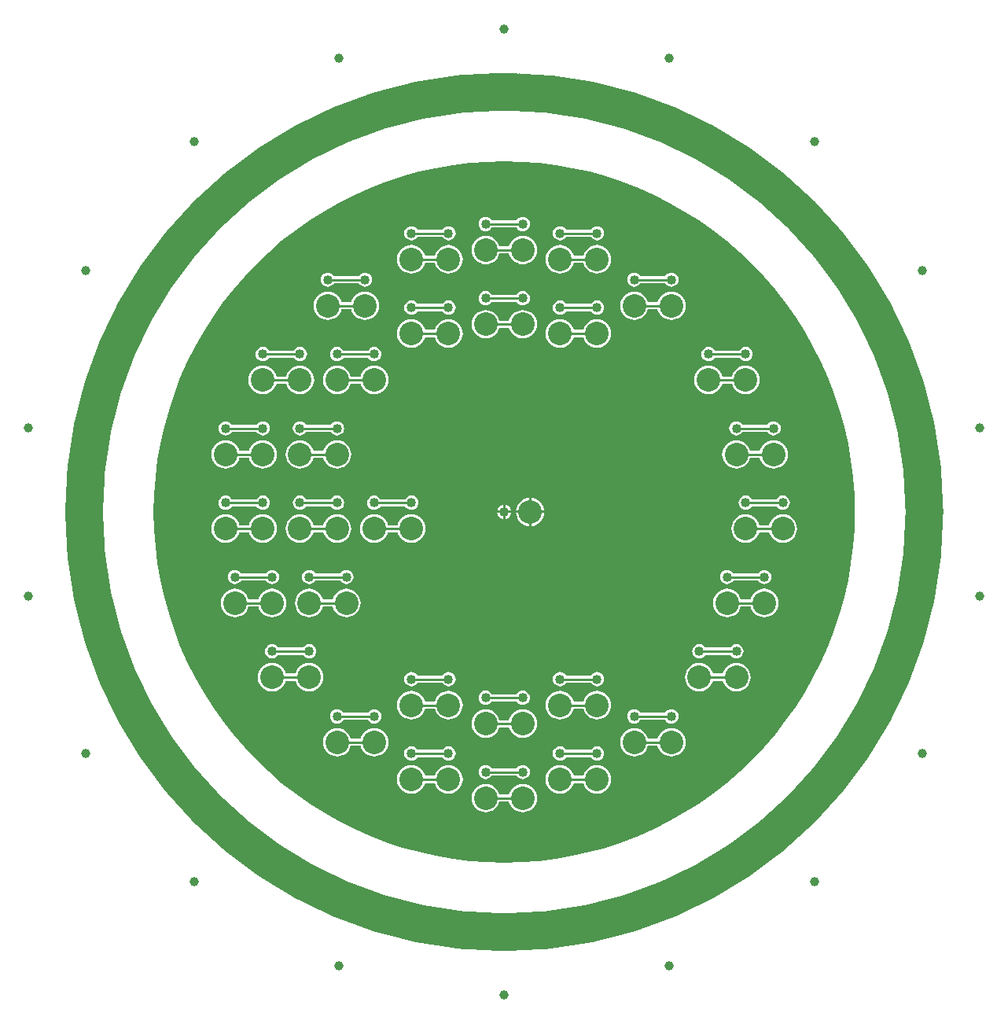
<source format=gbr>
G04 Layer_Physical_Order=4*
G04 Layer_Color=16711680*
%FSLAX26Y26*%
%MOIN*%
%TF.FileFunction,Copper,L4,Bot,Signal*%
%TF.Part,Single*%
G01*
G75*
%TA.AperFunction,WasherPad*%
%ADD10C,0.039370*%
%TA.AperFunction,ComponentPad*%
%ADD11C,0.100000*%
%ADD12C,0.040000*%
%TA.AperFunction,NonConductor*%
%ADD19C,0.161024*%
%TA.AperFunction,Conductor*%
%ADD20C,0.010000*%
G36*
X72915Y1484221D02*
X145654Y1478855D01*
X218043Y1469927D01*
X289906Y1457457D01*
X361071Y1441477D01*
X431366Y1422024D01*
X500622Y1399145D01*
X568672Y1372895D01*
X635351Y1343338D01*
X700500Y1310544D01*
X763962Y1274594D01*
X825583Y1235573D01*
X885215Y1193575D01*
X942715Y1148702D01*
X997944Y1101061D01*
X1050768Y1050768D01*
X1101061Y997944D01*
X1148702Y942715D01*
X1193575Y885216D01*
X1235573Y825583D01*
X1274594Y763962D01*
X1310544Y700500D01*
X1343338Y635351D01*
X1372895Y568672D01*
X1399144Y500622D01*
X1422023Y431366D01*
X1441477Y361071D01*
X1457457Y289906D01*
X1469927Y218043D01*
X1478855Y145655D01*
X1484220Y72915D01*
X1486011Y0D01*
X1484220Y-72915D01*
X1478855Y-145655D01*
X1469927Y-218043D01*
X1457457Y-289906D01*
X1441477Y-361071D01*
X1422023Y-431366D01*
X1399144Y-500622D01*
X1372895Y-568672D01*
X1343338Y-635351D01*
X1310544Y-700500D01*
X1274594Y-763962D01*
X1235573Y-825583D01*
X1193575Y-885216D01*
X1148702Y-942715D01*
X1101061Y-997944D01*
X1050768Y-1050768D01*
X997944Y-1101061D01*
X942715Y-1148702D01*
X885215Y-1193575D01*
X825583Y-1235573D01*
X763962Y-1274594D01*
X700500Y-1310544D01*
X635351Y-1343338D01*
X568672Y-1372895D01*
X500622Y-1399145D01*
X431366Y-1422024D01*
X361071Y-1441477D01*
X289906Y-1457457D01*
X218043Y-1469927D01*
X145654Y-1478855D01*
X72915Y-1484221D01*
X-0Y-1486011D01*
X-72915Y-1484221D01*
X-145655Y-1478855D01*
X-218043Y-1469927D01*
X-289906Y-1457457D01*
X-361071Y-1441477D01*
X-431366Y-1422024D01*
X-500622Y-1399145D01*
X-568672Y-1372895D01*
X-635351Y-1343338D01*
X-700501Y-1310544D01*
X-763962Y-1274594D01*
X-825583Y-1235573D01*
X-885216Y-1193575D01*
X-942715Y-1148702D01*
X-997944Y-1101061D01*
X-1050768Y-1050768D01*
X-1101061Y-997944D01*
X-1148702Y-942715D01*
X-1193575Y-885216D01*
X-1235573Y-825583D01*
X-1274594Y-763962D01*
X-1310544Y-700500D01*
X-1343338Y-635351D01*
X-1372895Y-568672D01*
X-1399145Y-500622D01*
X-1422024Y-431366D01*
X-1441477Y-361071D01*
X-1457457Y-289906D01*
X-1469927Y-218043D01*
X-1478855Y-145655D01*
X-1484221Y-72915D01*
X-1486011Y0D01*
X-1484221Y72915D01*
X-1478855Y145655D01*
X-1469927Y218043D01*
X-1457457Y289906D01*
X-1441477Y361071D01*
X-1422024Y431366D01*
X-1399145Y500622D01*
X-1372895Y568672D01*
X-1343338Y635351D01*
X-1310544Y700500D01*
X-1274594Y763962D01*
X-1235573Y825583D01*
X-1193575Y885216D01*
X-1148702Y942715D01*
X-1101061Y997944D01*
X-1050768Y1050768D01*
X-997944Y1101061D01*
X-942715Y1148702D01*
X-885216Y1193575D01*
X-825583Y1235573D01*
X-763962Y1274594D01*
X-700501Y1310544D01*
X-635351Y1343338D01*
X-568672Y1372895D01*
X-500622Y1399145D01*
X-431366Y1422024D01*
X-361071Y1441477D01*
X-289906Y1457457D01*
X-218043Y1469927D01*
X-145655Y1478855D01*
X-72915Y1484221D01*
X-0Y1486011D01*
X72915Y1484221D01*
D02*
G37*
%LPC*%
G36*
X1102362Y-325300D02*
X1090600Y-326458D01*
X1079290Y-329889D01*
X1068867Y-335460D01*
X1059730Y-342958D01*
X1052232Y-352094D01*
X1046661Y-362518D01*
X1044302Y-370296D01*
X1002942D01*
X1000583Y-362518D01*
X995012Y-352094D01*
X987514Y-342958D01*
X978378Y-335460D01*
X967954Y-329889D01*
X956644Y-326458D01*
X944882Y-325300D01*
X933120Y-326458D01*
X921810Y-329889D01*
X911386Y-335460D01*
X902250Y-342958D01*
X894752Y-352094D01*
X889181Y-362518D01*
X885750Y-373828D01*
X884592Y-385590D01*
X885750Y-397352D01*
X889181Y-408662D01*
X894752Y-419086D01*
X902250Y-428222D01*
X911386Y-435720D01*
X921810Y-441291D01*
X933120Y-444722D01*
X944882Y-445880D01*
X956644Y-444722D01*
X967954Y-441291D01*
X978378Y-435720D01*
X987514Y-428222D01*
X995012Y-419086D01*
X1000583Y-408662D01*
X1002942Y-400884D01*
X1044302D01*
X1046661Y-408662D01*
X1052232Y-419086D01*
X1059730Y-428222D01*
X1068867Y-435720D01*
X1079290Y-441291D01*
X1090600Y-444722D01*
X1102362Y-445880D01*
X1114124Y-444722D01*
X1125434Y-441291D01*
X1135858Y-435720D01*
X1144994Y-428222D01*
X1152492Y-419086D01*
X1158063Y-408662D01*
X1161494Y-397352D01*
X1162652Y-385590D01*
X1161494Y-373828D01*
X1158063Y-362518D01*
X1152492Y-352094D01*
X1144994Y-342958D01*
X1135858Y-335460D01*
X1125434Y-329889D01*
X1114124Y-326458D01*
X1102362Y-325300D01*
D02*
G37*
G36*
X-669292D02*
X-681054Y-326458D01*
X-692364Y-329889D01*
X-702788Y-335460D01*
X-711924Y-342958D01*
X-719422Y-352094D01*
X-724993Y-362518D01*
X-727352Y-370296D01*
X-768712D01*
X-771071Y-362518D01*
X-776642Y-352094D01*
X-784140Y-342958D01*
X-793277Y-335460D01*
X-803700Y-329889D01*
X-815010Y-326458D01*
X-826772Y-325300D01*
X-838534Y-326458D01*
X-849844Y-329889D01*
X-860268Y-335460D01*
X-869404Y-342958D01*
X-876902Y-352094D01*
X-882473Y-362518D01*
X-885904Y-373828D01*
X-887062Y-385590D01*
X-885904Y-397352D01*
X-882473Y-408662D01*
X-876902Y-419086D01*
X-869404Y-428222D01*
X-860268Y-435720D01*
X-849844Y-441291D01*
X-838534Y-444722D01*
X-826772Y-445880D01*
X-815010Y-444722D01*
X-803700Y-441291D01*
X-793277Y-435720D01*
X-784140Y-428222D01*
X-776642Y-419086D01*
X-771071Y-408662D01*
X-768712Y-400884D01*
X-727352D01*
X-724993Y-408662D01*
X-719422Y-419086D01*
X-711924Y-428222D01*
X-702788Y-435720D01*
X-692364Y-441291D01*
X-681054Y-444722D01*
X-669292Y-445880D01*
X-657530Y-444722D01*
X-646220Y-441291D01*
X-635797Y-435720D01*
X-626660Y-428222D01*
X-619162Y-419086D01*
X-613591Y-408662D01*
X-610160Y-397352D01*
X-609002Y-385590D01*
X-610160Y-373828D01*
X-613591Y-362518D01*
X-619162Y-352094D01*
X-626660Y-342958D01*
X-635797Y-335460D01*
X-646220Y-329889D01*
X-657530Y-326458D01*
X-669292Y-325300D01*
D02*
G37*
G36*
Y-245331D02*
X-677124Y-246362D01*
X-684421Y-249385D01*
X-690688Y-254194D01*
X-695371Y-260296D01*
X-800693D01*
X-805376Y-254194D01*
X-811643Y-249385D01*
X-818940Y-246362D01*
X-826772Y-245331D01*
X-834604Y-246362D01*
X-841901Y-249385D01*
X-848168Y-254194D01*
X-852977Y-260461D01*
X-856000Y-267758D01*
X-857031Y-275590D01*
X-856000Y-283422D01*
X-852977Y-290719D01*
X-848168Y-296986D01*
X-841901Y-301795D01*
X-834604Y-304818D01*
X-826772Y-305849D01*
X-818940Y-304818D01*
X-811643Y-301795D01*
X-805376Y-296986D01*
X-800693Y-290884D01*
X-695371D01*
X-690688Y-296986D01*
X-684421Y-301795D01*
X-677124Y-304818D01*
X-669292Y-305849D01*
X-661460Y-304818D01*
X-654163Y-301795D01*
X-647896Y-296986D01*
X-643087Y-290719D01*
X-640064Y-283422D01*
X-639033Y-275590D01*
X-640064Y-267758D01*
X-643087Y-260461D01*
X-647896Y-254194D01*
X-654163Y-249385D01*
X-661460Y-246362D01*
X-669292Y-245331D01*
D02*
G37*
G36*
X-984252D02*
X-992084Y-246362D01*
X-999381Y-249385D01*
X-1005648Y-254194D01*
X-1010331Y-260296D01*
X-1115653D01*
X-1120336Y-254194D01*
X-1126603Y-249385D01*
X-1133900Y-246362D01*
X-1141732Y-245331D01*
X-1149564Y-246362D01*
X-1156861Y-249385D01*
X-1163128Y-254194D01*
X-1167937Y-260461D01*
X-1170960Y-267758D01*
X-1171991Y-275590D01*
X-1170960Y-283422D01*
X-1167937Y-290719D01*
X-1163128Y-296986D01*
X-1156861Y-301795D01*
X-1149564Y-304818D01*
X-1141732Y-305849D01*
X-1133900Y-304818D01*
X-1126603Y-301795D01*
X-1120336Y-296986D01*
X-1115653Y-290884D01*
X-1010331D01*
X-1005648Y-296986D01*
X-999381Y-301795D01*
X-992084Y-304818D01*
X-984252Y-305849D01*
X-976420Y-304818D01*
X-969123Y-301795D01*
X-962856Y-296986D01*
X-958047Y-290719D01*
X-955024Y-283422D01*
X-953993Y-275590D01*
X-955024Y-267758D01*
X-958047Y-260461D01*
X-962856Y-254194D01*
X-969123Y-249385D01*
X-976420Y-246362D01*
X-984252Y-245331D01*
D02*
G37*
G36*
X-826772Y-560293D02*
X-834604Y-561324D01*
X-841901Y-564347D01*
X-848168Y-569156D01*
X-852851Y-575258D01*
X-958173D01*
X-962856Y-569156D01*
X-969123Y-564347D01*
X-976420Y-561324D01*
X-984252Y-560293D01*
X-992084Y-561324D01*
X-999381Y-564347D01*
X-1005648Y-569156D01*
X-1010457Y-575423D01*
X-1013480Y-582720D01*
X-1014511Y-590552D01*
X-1013480Y-598384D01*
X-1010457Y-605681D01*
X-1005648Y-611948D01*
X-999381Y-616757D01*
X-992084Y-619780D01*
X-984252Y-620811D01*
X-976420Y-619780D01*
X-969123Y-616757D01*
X-962856Y-611948D01*
X-958173Y-605846D01*
X-852851D01*
X-848168Y-611948D01*
X-841901Y-616757D01*
X-834604Y-619780D01*
X-826772Y-620811D01*
X-818940Y-619780D01*
X-811643Y-616757D01*
X-805376Y-611948D01*
X-800567Y-605681D01*
X-797544Y-598384D01*
X-796513Y-590552D01*
X-797544Y-582720D01*
X-800567Y-575423D01*
X-805376Y-569156D01*
X-811643Y-564347D01*
X-818940Y-561324D01*
X-826772Y-560293D01*
D02*
G37*
G36*
X984252Y-640262D02*
X972490Y-641420D01*
X961180Y-644851D01*
X950756Y-650422D01*
X941620Y-657920D01*
X934122Y-667057D01*
X928551Y-677480D01*
X926192Y-685258D01*
X884832D01*
X882473Y-677480D01*
X876902Y-667057D01*
X869404Y-657920D01*
X860268Y-650422D01*
X849844Y-644851D01*
X838534Y-641420D01*
X826772Y-640262D01*
X815010Y-641420D01*
X803700Y-644851D01*
X793277Y-650422D01*
X784140Y-657920D01*
X776642Y-667057D01*
X771071Y-677480D01*
X767640Y-688790D01*
X766482Y-700552D01*
X767640Y-712314D01*
X771071Y-723624D01*
X776642Y-734048D01*
X784140Y-743184D01*
X793277Y-750682D01*
X803700Y-756253D01*
X815010Y-759684D01*
X826772Y-760842D01*
X838534Y-759684D01*
X849844Y-756253D01*
X860268Y-750682D01*
X869404Y-743184D01*
X876902Y-734048D01*
X882473Y-723624D01*
X884832Y-715846D01*
X926192D01*
X928551Y-723624D01*
X934122Y-734048D01*
X941620Y-743184D01*
X950756Y-750682D01*
X961180Y-756253D01*
X972490Y-759684D01*
X984252Y-760842D01*
X996014Y-759684D01*
X1007324Y-756253D01*
X1017747Y-750682D01*
X1026884Y-743184D01*
X1034382Y-734048D01*
X1039953Y-723624D01*
X1043384Y-712314D01*
X1044542Y-700552D01*
X1043384Y-688790D01*
X1039953Y-677480D01*
X1034382Y-667057D01*
X1026884Y-657920D01*
X1017747Y-650422D01*
X1007324Y-644851D01*
X996014Y-641420D01*
X984252Y-640262D01*
D02*
G37*
G36*
X-984252Y-325300D02*
X-996014Y-326458D01*
X-1007324Y-329889D01*
X-1017747Y-335460D01*
X-1026884Y-342958D01*
X-1034382Y-352094D01*
X-1039953Y-362518D01*
X-1042312Y-370296D01*
X-1083671D01*
X-1086031Y-362518D01*
X-1091602Y-352094D01*
X-1099100Y-342958D01*
X-1108236Y-335460D01*
X-1118660Y-329889D01*
X-1129970Y-326458D01*
X-1141732Y-325300D01*
X-1153494Y-326458D01*
X-1164804Y-329889D01*
X-1175227Y-335460D01*
X-1184364Y-342958D01*
X-1191862Y-352094D01*
X-1197433Y-362518D01*
X-1200864Y-373828D01*
X-1202022Y-385590D01*
X-1200864Y-397352D01*
X-1197433Y-408662D01*
X-1191862Y-419086D01*
X-1184364Y-428222D01*
X-1175227Y-435720D01*
X-1164804Y-441291D01*
X-1153494Y-444722D01*
X-1141732Y-445880D01*
X-1129970Y-444722D01*
X-1118660Y-441291D01*
X-1108236Y-435720D01*
X-1099100Y-428222D01*
X-1091602Y-419086D01*
X-1086031Y-408662D01*
X-1083671Y-400884D01*
X-1042312D01*
X-1039953Y-408662D01*
X-1034382Y-419086D01*
X-1026884Y-428222D01*
X-1017747Y-435720D01*
X-1007324Y-441291D01*
X-996014Y-444722D01*
X-984252Y-445880D01*
X-972490Y-444722D01*
X-961180Y-441291D01*
X-950756Y-435720D01*
X-941620Y-428222D01*
X-934122Y-419086D01*
X-928551Y-408662D01*
X-925120Y-397352D01*
X-923962Y-385590D01*
X-925120Y-373828D01*
X-928551Y-362518D01*
X-934122Y-352094D01*
X-941620Y-342958D01*
X-950756Y-335460D01*
X-961180Y-329889D01*
X-972490Y-326458D01*
X-984252Y-325300D01*
D02*
G37*
G36*
X984252Y-560293D02*
X976420Y-561324D01*
X969123Y-564347D01*
X962856Y-569156D01*
X958173Y-575258D01*
X852851D01*
X848168Y-569156D01*
X841901Y-564347D01*
X834604Y-561324D01*
X826772Y-560293D01*
X818940Y-561324D01*
X811643Y-564347D01*
X805376Y-569156D01*
X800567Y-575423D01*
X797544Y-582720D01*
X796513Y-590552D01*
X797544Y-598384D01*
X800567Y-605681D01*
X805376Y-611948D01*
X811643Y-616757D01*
X818940Y-619780D01*
X826772Y-620811D01*
X834604Y-619780D01*
X841901Y-616757D01*
X848168Y-611948D01*
X852851Y-605846D01*
X958173D01*
X962856Y-611948D01*
X969123Y-616757D01*
X976420Y-619780D01*
X984252Y-620811D01*
X992084Y-619780D01*
X999381Y-616757D01*
X1005648Y-611948D01*
X1010457Y-605681D01*
X1013480Y-598384D01*
X1014511Y-590552D01*
X1013480Y-582720D01*
X1010457Y-575423D01*
X1005648Y-569156D01*
X999381Y-564347D01*
X992084Y-561324D01*
X984252Y-560293D01*
D02*
G37*
G36*
X1102362Y-245331D02*
X1094530Y-246362D01*
X1087233Y-249385D01*
X1080966Y-254194D01*
X1076283Y-260296D01*
X970961D01*
X966278Y-254194D01*
X960011Y-249385D01*
X952714Y-246362D01*
X944882Y-245331D01*
X937050Y-246362D01*
X929753Y-249385D01*
X923486Y-254194D01*
X918677Y-260461D01*
X915654Y-267758D01*
X914623Y-275590D01*
X915654Y-283422D01*
X918677Y-290719D01*
X923486Y-296986D01*
X929753Y-301795D01*
X937050Y-304818D01*
X944882Y-305849D01*
X952714Y-304818D01*
X960011Y-301795D01*
X966278Y-296986D01*
X970961Y-290884D01*
X1076283D01*
X1080966Y-296986D01*
X1087233Y-301795D01*
X1094530Y-304818D01*
X1102362Y-305849D01*
X1110194Y-304818D01*
X1117491Y-301795D01*
X1123758Y-296986D01*
X1128567Y-290719D01*
X1131590Y-283422D01*
X1132621Y-275590D01*
X1131590Y-267758D01*
X1128567Y-260461D01*
X1123758Y-254194D01*
X1117491Y-249385D01*
X1110194Y-246362D01*
X1102362Y-245331D01*
D02*
G37*
G36*
X1181102Y-10340D02*
X1169340Y-11498D01*
X1158030Y-14929D01*
X1147607Y-20500D01*
X1138470Y-27998D01*
X1130972Y-37135D01*
X1125401Y-47558D01*
X1123042Y-55336D01*
X1081682D01*
X1079323Y-47558D01*
X1073752Y-37135D01*
X1066254Y-27998D01*
X1057118Y-20500D01*
X1046694Y-14929D01*
X1035384Y-11498D01*
X1023622Y-10340D01*
X1011860Y-11498D01*
X1000550Y-14929D01*
X990126Y-20500D01*
X980990Y-27998D01*
X973492Y-37135D01*
X967921Y-47558D01*
X964490Y-58868D01*
X963332Y-70630D01*
X964490Y-82392D01*
X967921Y-93702D01*
X973492Y-104126D01*
X980990Y-113262D01*
X990126Y-120760D01*
X1000550Y-126331D01*
X1011860Y-129762D01*
X1023622Y-130920D01*
X1035384Y-129762D01*
X1046694Y-126331D01*
X1057118Y-120760D01*
X1066254Y-113262D01*
X1073752Y-104126D01*
X1079323Y-93702D01*
X1081682Y-85924D01*
X1123042D01*
X1125401Y-93702D01*
X1130972Y-104126D01*
X1138470Y-113262D01*
X1147607Y-120760D01*
X1158030Y-126331D01*
X1169340Y-129762D01*
X1181102Y-130920D01*
X1192864Y-129762D01*
X1204174Y-126331D01*
X1214598Y-120760D01*
X1223734Y-113262D01*
X1231232Y-104126D01*
X1236803Y-93702D01*
X1240234Y-82392D01*
X1241392Y-70630D01*
X1240234Y-58868D01*
X1236803Y-47558D01*
X1231232Y-37135D01*
X1223734Y-27998D01*
X1214598Y-20500D01*
X1204174Y-14929D01*
X1192864Y-11498D01*
X1181102Y-10340D01*
D02*
G37*
G36*
X-393700D02*
X-405462Y-11498D01*
X-416772Y-14929D01*
X-427195Y-20500D01*
X-436332Y-27998D01*
X-443830Y-37135D01*
X-449401Y-47558D01*
X-451760Y-55336D01*
X-493122D01*
X-495481Y-47558D01*
X-501052Y-37135D01*
X-508550Y-27998D01*
X-517687Y-20500D01*
X-528110Y-14929D01*
X-539420Y-11498D01*
X-551182Y-10340D01*
X-562944Y-11498D01*
X-574254Y-14929D01*
X-584678Y-20500D01*
X-593814Y-27998D01*
X-601312Y-37135D01*
X-606883Y-47558D01*
X-610314Y-58868D01*
X-611472Y-70630D01*
X-610314Y-82392D01*
X-606883Y-93702D01*
X-601312Y-104126D01*
X-593814Y-113262D01*
X-584678Y-120760D01*
X-574254Y-126331D01*
X-562944Y-129762D01*
X-551182Y-130920D01*
X-539420Y-129762D01*
X-528110Y-126331D01*
X-517687Y-120760D01*
X-508550Y-113262D01*
X-501052Y-104126D01*
X-495481Y-93702D01*
X-493122Y-85924D01*
X-451760D01*
X-449401Y-93702D01*
X-443830Y-104126D01*
X-436332Y-113262D01*
X-427195Y-120760D01*
X-416772Y-126331D01*
X-405462Y-129762D01*
X-393700Y-130920D01*
X-381938Y-129762D01*
X-370628Y-126331D01*
X-360204Y-120760D01*
X-351068Y-113262D01*
X-343570Y-104126D01*
X-337999Y-93702D01*
X-334568Y-82392D01*
X-333410Y-70630D01*
X-334568Y-58868D01*
X-337999Y-47558D01*
X-343570Y-37135D01*
X-351068Y-27998D01*
X-360204Y-20500D01*
X-370628Y-14929D01*
X-381938Y-11498D01*
X-393700Y-10340D01*
D02*
G37*
G36*
X29601Y-5000D02*
X5000D01*
Y-29601D01*
X7832Y-29228D01*
X15129Y-26205D01*
X21396Y-21396D01*
X26205Y-15129D01*
X29228Y-7832D01*
X29601Y-5000D01*
D02*
G37*
G36*
X-5000D02*
X-29601D01*
X-29228Y-7832D01*
X-26205Y-15129D01*
X-21396Y-21396D01*
X-15129Y-26205D01*
X-7832Y-29228D01*
X-5000Y-29601D01*
Y-5000D01*
D02*
G37*
G36*
X169798D02*
X115000D01*
Y-59798D01*
X121762Y-59132D01*
X133072Y-55701D01*
X143495Y-50130D01*
X152632Y-42632D01*
X160130Y-33495D01*
X165701Y-23072D01*
X169132Y-11762D01*
X169798Y-5000D01*
D02*
G37*
G36*
X105000D02*
X50202D01*
X50868Y-11762D01*
X54299Y-23072D01*
X59870Y-33495D01*
X67368Y-42632D01*
X76504Y-50130D01*
X86928Y-55701D01*
X98238Y-59132D01*
X105000Y-59798D01*
Y-5000D01*
D02*
G37*
G36*
X-708662Y-10340D02*
X-720424Y-11498D01*
X-731734Y-14929D01*
X-742158Y-20500D01*
X-751294Y-27998D01*
X-758792Y-37135D01*
X-764363Y-47558D01*
X-766722Y-55336D01*
X-808082D01*
X-810441Y-47558D01*
X-816012Y-37135D01*
X-823510Y-27998D01*
X-832646Y-20500D01*
X-843070Y-14929D01*
X-854380Y-11498D01*
X-866142Y-10340D01*
X-877904Y-11498D01*
X-889214Y-14929D01*
X-899638Y-20500D01*
X-908774Y-27998D01*
X-916272Y-37135D01*
X-921843Y-47558D01*
X-925274Y-58868D01*
X-926432Y-70630D01*
X-925274Y-82392D01*
X-921843Y-93702D01*
X-916272Y-104126D01*
X-908774Y-113262D01*
X-899638Y-120760D01*
X-889214Y-126331D01*
X-877904Y-129762D01*
X-866142Y-130920D01*
X-854380Y-129762D01*
X-843070Y-126331D01*
X-832646Y-120760D01*
X-823510Y-113262D01*
X-816012Y-104126D01*
X-810441Y-93702D01*
X-808082Y-85924D01*
X-766722D01*
X-764363Y-93702D01*
X-758792Y-104126D01*
X-751294Y-113262D01*
X-742158Y-120760D01*
X-731734Y-126331D01*
X-720424Y-129762D01*
X-708662Y-130920D01*
X-696900Y-129762D01*
X-685590Y-126331D01*
X-675167Y-120760D01*
X-666030Y-113262D01*
X-658532Y-104126D01*
X-652961Y-93702D01*
X-649530Y-82392D01*
X-648372Y-70630D01*
X-649530Y-58868D01*
X-652961Y-47558D01*
X-658532Y-37135D01*
X-666030Y-27998D01*
X-675167Y-20500D01*
X-685590Y-14929D01*
X-696900Y-11498D01*
X-708662Y-10340D01*
D02*
G37*
G36*
X-1023622D02*
X-1035384Y-11498D01*
X-1046694Y-14929D01*
X-1057118Y-20500D01*
X-1066254Y-27998D01*
X-1073752Y-37135D01*
X-1079323Y-47558D01*
X-1081682Y-55336D01*
X-1123042D01*
X-1125401Y-47558D01*
X-1130972Y-37135D01*
X-1138470Y-27998D01*
X-1147607Y-20500D01*
X-1158030Y-14929D01*
X-1169340Y-11498D01*
X-1181102Y-10340D01*
X-1192864Y-11498D01*
X-1204174Y-14929D01*
X-1214598Y-20500D01*
X-1223734Y-27998D01*
X-1231232Y-37135D01*
X-1236803Y-47558D01*
X-1240234Y-58868D01*
X-1241392Y-70630D01*
X-1240234Y-82392D01*
X-1236803Y-93702D01*
X-1231232Y-104126D01*
X-1223734Y-113262D01*
X-1214598Y-120760D01*
X-1204174Y-126331D01*
X-1192864Y-129762D01*
X-1181102Y-130920D01*
X-1169340Y-129762D01*
X-1158030Y-126331D01*
X-1147607Y-120760D01*
X-1138470Y-113262D01*
X-1130972Y-104126D01*
X-1125401Y-93702D01*
X-1123042Y-85924D01*
X-1081682D01*
X-1079323Y-93702D01*
X-1073752Y-104126D01*
X-1066254Y-113262D01*
X-1057118Y-120760D01*
X-1046694Y-126331D01*
X-1035384Y-129762D01*
X-1023622Y-130920D01*
X-1011860Y-129762D01*
X-1000550Y-126331D01*
X-990126Y-120760D01*
X-980990Y-113262D01*
X-973492Y-104126D01*
X-967921Y-93702D01*
X-964490Y-82392D01*
X-963332Y-70630D01*
X-964490Y-58868D01*
X-967921Y-47558D01*
X-973492Y-37135D01*
X-980990Y-27998D01*
X-990126Y-20500D01*
X-1000550Y-14929D01*
X-1011860Y-11498D01*
X-1023622Y-10340D01*
D02*
G37*
G36*
X393700Y-993363D02*
X385868Y-994394D01*
X378571Y-997417D01*
X372304Y-1002226D01*
X367621Y-1008328D01*
X262299D01*
X257616Y-1002226D01*
X251349Y-997417D01*
X244052Y-994394D01*
X236220Y-993363D01*
X228388Y-994394D01*
X221091Y-997417D01*
X214824Y-1002226D01*
X210015Y-1008493D01*
X206992Y-1015790D01*
X205961Y-1023622D01*
X206992Y-1031454D01*
X210015Y-1038751D01*
X214824Y-1045018D01*
X221091Y-1049827D01*
X228388Y-1052850D01*
X236220Y-1053881D01*
X244052Y-1052850D01*
X251349Y-1049827D01*
X257616Y-1045018D01*
X262299Y-1038916D01*
X367621D01*
X372304Y-1045018D01*
X378571Y-1049827D01*
X385868Y-1052850D01*
X393700Y-1053881D01*
X401532Y-1052850D01*
X408829Y-1049827D01*
X415096Y-1045018D01*
X419905Y-1038751D01*
X422928Y-1031454D01*
X423959Y-1023622D01*
X422928Y-1015790D01*
X419905Y-1008493D01*
X415096Y-1002226D01*
X408829Y-997417D01*
X401532Y-994394D01*
X393700Y-993363D01*
D02*
G37*
G36*
X-236220D02*
X-244052Y-994394D01*
X-251349Y-997417D01*
X-257616Y-1002226D01*
X-262299Y-1008328D01*
X-367621D01*
X-372304Y-1002226D01*
X-378571Y-997417D01*
X-385868Y-994394D01*
X-393700Y-993363D01*
X-401532Y-994394D01*
X-408829Y-997417D01*
X-415096Y-1002226D01*
X-419905Y-1008493D01*
X-422928Y-1015790D01*
X-423959Y-1023622D01*
X-422928Y-1031454D01*
X-419905Y-1038751D01*
X-415096Y-1045018D01*
X-408829Y-1049827D01*
X-401532Y-1052850D01*
X-393700Y-1053881D01*
X-385868Y-1052850D01*
X-378571Y-1049827D01*
X-372304Y-1045018D01*
X-367621Y-1038916D01*
X-262299D01*
X-257616Y-1045018D01*
X-251349Y-1049827D01*
X-244052Y-1052850D01*
X-236220Y-1053881D01*
X-228388Y-1052850D01*
X-221091Y-1049827D01*
X-214824Y-1045018D01*
X-210015Y-1038751D01*
X-206992Y-1031454D01*
X-205961Y-1023622D01*
X-206992Y-1015790D01*
X-210015Y-1008493D01*
X-214824Y-1002226D01*
X-221091Y-997417D01*
X-228388Y-994394D01*
X-236220Y-993363D01*
D02*
G37*
G36*
X708662Y-915852D02*
X696900Y-917010D01*
X685590Y-920441D01*
X675167Y-926012D01*
X666030Y-933510D01*
X658532Y-942646D01*
X652961Y-953070D01*
X650601Y-960848D01*
X609242D01*
X606883Y-953070D01*
X601312Y-942646D01*
X593814Y-933510D01*
X584678Y-926012D01*
X574254Y-920441D01*
X562944Y-917010D01*
X551182Y-915852D01*
X539420Y-917010D01*
X528110Y-920441D01*
X517687Y-926012D01*
X508550Y-933510D01*
X501052Y-942646D01*
X495481Y-953070D01*
X492050Y-964380D01*
X490892Y-976142D01*
X492050Y-987904D01*
X495481Y-999214D01*
X501052Y-1009638D01*
X508550Y-1018774D01*
X517687Y-1026272D01*
X528110Y-1031843D01*
X539420Y-1035274D01*
X551182Y-1036432D01*
X562944Y-1035274D01*
X574254Y-1031843D01*
X584678Y-1026272D01*
X593814Y-1018774D01*
X601312Y-1009638D01*
X606883Y-999214D01*
X609242Y-991436D01*
X650601D01*
X652961Y-999214D01*
X658532Y-1009638D01*
X666030Y-1018774D01*
X675167Y-1026272D01*
X685590Y-1031843D01*
X696900Y-1035274D01*
X708662Y-1036432D01*
X720424Y-1035274D01*
X731734Y-1031843D01*
X742158Y-1026272D01*
X751294Y-1018774D01*
X758792Y-1009638D01*
X764363Y-999214D01*
X767794Y-987904D01*
X768952Y-976142D01*
X767794Y-964380D01*
X764363Y-953070D01*
X758792Y-942646D01*
X751294Y-933510D01*
X742158Y-926012D01*
X731734Y-920441D01*
X720424Y-917010D01*
X708662Y-915852D01*
D02*
G37*
G36*
X-551182D02*
X-562944Y-917010D01*
X-574254Y-920441D01*
X-584678Y-926012D01*
X-593814Y-933510D01*
X-601312Y-942646D01*
X-606883Y-953070D01*
X-609242Y-960848D01*
X-650601D01*
X-652961Y-953070D01*
X-658532Y-942646D01*
X-666030Y-933510D01*
X-675167Y-926012D01*
X-685590Y-920441D01*
X-696900Y-917010D01*
X-708662Y-915852D01*
X-720424Y-917010D01*
X-731734Y-920441D01*
X-742158Y-926012D01*
X-751294Y-933510D01*
X-758792Y-942646D01*
X-764363Y-953070D01*
X-767794Y-964380D01*
X-768952Y-976142D01*
X-767794Y-987904D01*
X-764363Y-999214D01*
X-758792Y-1009638D01*
X-751294Y-1018774D01*
X-742158Y-1026272D01*
X-731734Y-1031843D01*
X-720424Y-1035274D01*
X-708662Y-1036432D01*
X-696900Y-1035274D01*
X-685590Y-1031843D01*
X-675167Y-1026272D01*
X-666030Y-1018774D01*
X-658532Y-1009638D01*
X-652961Y-999214D01*
X-650601Y-991436D01*
X-609242D01*
X-606883Y-999214D01*
X-601312Y-1009638D01*
X-593814Y-1018774D01*
X-584678Y-1026272D01*
X-574254Y-1031843D01*
X-562944Y-1035274D01*
X-551182Y-1036432D01*
X-539420Y-1035274D01*
X-528110Y-1031843D01*
X-517687Y-1026272D01*
X-508550Y-1018774D01*
X-501052Y-1009638D01*
X-495481Y-999214D01*
X-492050Y-987904D01*
X-490892Y-976142D01*
X-492050Y-964380D01*
X-495481Y-953070D01*
X-501052Y-942646D01*
X-508550Y-933510D01*
X-517687Y-926012D01*
X-528110Y-920441D01*
X-539420Y-917010D01*
X-551182Y-915852D01*
D02*
G37*
G36*
X-236220Y-1073332D02*
X-247982Y-1074490D01*
X-259292Y-1077921D01*
X-269716Y-1083492D01*
X-278852Y-1090990D01*
X-286350Y-1100127D01*
X-291921Y-1110550D01*
X-294281Y-1118328D01*
X-335639D01*
X-337999Y-1110550D01*
X-343570Y-1100127D01*
X-351068Y-1090990D01*
X-360204Y-1083492D01*
X-370628Y-1077921D01*
X-381938Y-1074490D01*
X-393700Y-1073332D01*
X-405462Y-1074490D01*
X-416772Y-1077921D01*
X-427195Y-1083492D01*
X-436332Y-1090990D01*
X-443830Y-1100127D01*
X-449401Y-1110550D01*
X-452832Y-1121860D01*
X-453990Y-1133622D01*
X-452832Y-1145384D01*
X-449401Y-1156694D01*
X-443830Y-1167118D01*
X-436332Y-1176254D01*
X-427195Y-1183752D01*
X-416772Y-1189323D01*
X-405462Y-1192754D01*
X-393700Y-1193912D01*
X-381938Y-1192754D01*
X-370628Y-1189323D01*
X-360204Y-1183752D01*
X-351068Y-1176254D01*
X-343570Y-1167118D01*
X-337999Y-1156694D01*
X-335639Y-1148916D01*
X-294281D01*
X-291921Y-1156694D01*
X-286350Y-1167118D01*
X-278852Y-1176254D01*
X-269716Y-1183752D01*
X-259292Y-1189323D01*
X-247982Y-1192754D01*
X-236220Y-1193912D01*
X-224458Y-1192754D01*
X-213148Y-1189323D01*
X-202725Y-1183752D01*
X-193588Y-1176254D01*
X-186090Y-1167118D01*
X-180519Y-1156694D01*
X-177088Y-1145384D01*
X-175930Y-1133622D01*
X-177088Y-1121860D01*
X-180519Y-1110550D01*
X-186090Y-1100127D01*
X-193588Y-1090990D01*
X-202725Y-1083492D01*
X-213148Y-1077921D01*
X-224458Y-1074490D01*
X-236220Y-1073332D01*
D02*
G37*
G36*
X78740Y-1152072D02*
X66978Y-1153230D01*
X55668Y-1156661D01*
X45245Y-1162232D01*
X36108Y-1169730D01*
X28610Y-1178867D01*
X23039Y-1189290D01*
X20680Y-1197068D01*
X-20680D01*
X-23039Y-1189290D01*
X-28610Y-1178867D01*
X-36108Y-1169730D01*
X-45245Y-1162232D01*
X-55668Y-1156661D01*
X-66978Y-1153230D01*
X-78740Y-1152072D01*
X-90502Y-1153230D01*
X-101812Y-1156661D01*
X-112236Y-1162232D01*
X-121372Y-1169730D01*
X-128870Y-1178867D01*
X-134441Y-1189290D01*
X-137872Y-1200600D01*
X-139030Y-1212362D01*
X-137872Y-1224124D01*
X-134441Y-1235434D01*
X-128870Y-1245858D01*
X-121372Y-1254994D01*
X-112236Y-1262492D01*
X-101812Y-1268063D01*
X-90502Y-1271494D01*
X-78740Y-1272652D01*
X-66978Y-1271494D01*
X-55668Y-1268063D01*
X-45245Y-1262492D01*
X-36108Y-1254994D01*
X-28610Y-1245858D01*
X-23039Y-1235434D01*
X-20680Y-1227656D01*
X20680D01*
X23039Y-1235434D01*
X28610Y-1245858D01*
X36108Y-1254994D01*
X45245Y-1262492D01*
X55668Y-1268063D01*
X66978Y-1271494D01*
X78740Y-1272652D01*
X90502Y-1271494D01*
X101812Y-1268063D01*
X112236Y-1262492D01*
X121372Y-1254994D01*
X128870Y-1245858D01*
X134441Y-1235434D01*
X137872Y-1224124D01*
X139030Y-1212362D01*
X137872Y-1200600D01*
X134441Y-1189290D01*
X128870Y-1178867D01*
X121372Y-1169730D01*
X112236Y-1162232D01*
X101812Y-1156661D01*
X90502Y-1153230D01*
X78740Y-1152072D01*
D02*
G37*
G36*
Y-1072103D02*
X70908Y-1073134D01*
X63611Y-1076157D01*
X57344Y-1080966D01*
X52661Y-1087068D01*
X-52661D01*
X-57344Y-1080966D01*
X-63611Y-1076157D01*
X-70908Y-1073134D01*
X-78740Y-1072103D01*
X-86572Y-1073134D01*
X-93869Y-1076157D01*
X-100136Y-1080966D01*
X-104945Y-1087233D01*
X-107968Y-1094530D01*
X-108999Y-1102362D01*
X-107968Y-1110194D01*
X-104945Y-1117491D01*
X-100136Y-1123758D01*
X-93869Y-1128567D01*
X-86572Y-1131590D01*
X-78740Y-1132621D01*
X-70908Y-1131590D01*
X-63611Y-1128567D01*
X-57344Y-1123758D01*
X-52661Y-1117656D01*
X52661D01*
X57344Y-1123758D01*
X63611Y-1128567D01*
X70908Y-1131590D01*
X78740Y-1132621D01*
X86572Y-1131590D01*
X93869Y-1128567D01*
X100136Y-1123758D01*
X104945Y-1117491D01*
X107968Y-1110194D01*
X108999Y-1102362D01*
X107968Y-1094530D01*
X104945Y-1087233D01*
X100136Y-1080966D01*
X93869Y-1076157D01*
X86572Y-1073134D01*
X78740Y-1072103D01*
D02*
G37*
G36*
X393700Y-1073332D02*
X381938Y-1074490D01*
X370628Y-1077921D01*
X360204Y-1083492D01*
X351068Y-1090990D01*
X343570Y-1100127D01*
X337999Y-1110550D01*
X335639Y-1118328D01*
X294281D01*
X291921Y-1110550D01*
X286350Y-1100127D01*
X278852Y-1090990D01*
X269716Y-1083492D01*
X259292Y-1077921D01*
X247982Y-1074490D01*
X236220Y-1073332D01*
X224458Y-1074490D01*
X213148Y-1077921D01*
X202725Y-1083492D01*
X193588Y-1090990D01*
X186090Y-1100127D01*
X180519Y-1110550D01*
X177088Y-1121860D01*
X175930Y-1133622D01*
X177088Y-1145384D01*
X180519Y-1156694D01*
X186090Y-1167118D01*
X193588Y-1176254D01*
X202725Y-1183752D01*
X213148Y-1189323D01*
X224458Y-1192754D01*
X236220Y-1193912D01*
X247982Y-1192754D01*
X259292Y-1189323D01*
X269716Y-1183752D01*
X278852Y-1176254D01*
X286350Y-1167118D01*
X291921Y-1156694D01*
X294281Y-1148916D01*
X335639D01*
X337999Y-1156694D01*
X343570Y-1167118D01*
X351068Y-1176254D01*
X360204Y-1183752D01*
X370628Y-1189323D01*
X381938Y-1192754D01*
X393700Y-1193912D01*
X405462Y-1192754D01*
X416772Y-1189323D01*
X427195Y-1183752D01*
X436332Y-1176254D01*
X443830Y-1167118D01*
X449401Y-1156694D01*
X452832Y-1145384D01*
X453990Y-1133622D01*
X452832Y-1121860D01*
X449401Y-1110550D01*
X443830Y-1100127D01*
X436332Y-1090990D01*
X427195Y-1083492D01*
X416772Y-1077921D01*
X405462Y-1074490D01*
X393700Y-1073332D01*
D02*
G37*
G36*
X78740Y-837112D02*
X66978Y-838270D01*
X55668Y-841701D01*
X45245Y-847272D01*
X36108Y-854770D01*
X28610Y-863907D01*
X23039Y-874330D01*
X20680Y-882108D01*
X-20680D01*
X-23039Y-874330D01*
X-28610Y-863907D01*
X-36108Y-854770D01*
X-45245Y-847272D01*
X-55668Y-841701D01*
X-66978Y-838270D01*
X-78740Y-837112D01*
X-90502Y-838270D01*
X-101812Y-841701D01*
X-112236Y-847272D01*
X-121372Y-854770D01*
X-128870Y-863907D01*
X-134441Y-874330D01*
X-137872Y-885640D01*
X-139030Y-897402D01*
X-137872Y-909164D01*
X-134441Y-920474D01*
X-128870Y-930898D01*
X-121372Y-940034D01*
X-112236Y-947532D01*
X-101812Y-953103D01*
X-90502Y-956534D01*
X-78740Y-957692D01*
X-66978Y-956534D01*
X-55668Y-953103D01*
X-45245Y-947532D01*
X-36108Y-940034D01*
X-28610Y-930898D01*
X-23039Y-920474D01*
X-20680Y-912696D01*
X20680D01*
X23039Y-920474D01*
X28610Y-930898D01*
X36108Y-940034D01*
X45245Y-947532D01*
X55668Y-953103D01*
X66978Y-956534D01*
X78740Y-957692D01*
X90502Y-956534D01*
X101812Y-953103D01*
X112236Y-947532D01*
X121372Y-940034D01*
X128870Y-930898D01*
X134441Y-920474D01*
X137872Y-909164D01*
X139030Y-897402D01*
X137872Y-885640D01*
X134441Y-874330D01*
X128870Y-863907D01*
X121372Y-854770D01*
X112236Y-847272D01*
X101812Y-841701D01*
X90502Y-838270D01*
X78740Y-837112D01*
D02*
G37*
G36*
X-236220Y-678403D02*
X-244052Y-679434D01*
X-251349Y-682457D01*
X-257616Y-687266D01*
X-262299Y-693368D01*
X-367621D01*
X-372304Y-687266D01*
X-378571Y-682457D01*
X-385868Y-679434D01*
X-393700Y-678403D01*
X-401532Y-679434D01*
X-408829Y-682457D01*
X-415096Y-687266D01*
X-419905Y-693533D01*
X-422928Y-700830D01*
X-423959Y-708662D01*
X-422928Y-716494D01*
X-419905Y-723791D01*
X-415096Y-730058D01*
X-408829Y-734867D01*
X-401532Y-737890D01*
X-393700Y-738921D01*
X-385868Y-737890D01*
X-378571Y-734867D01*
X-372304Y-730058D01*
X-367621Y-723956D01*
X-262299D01*
X-257616Y-730058D01*
X-251349Y-734867D01*
X-244052Y-737890D01*
X-236220Y-738921D01*
X-228388Y-737890D01*
X-221091Y-734867D01*
X-214824Y-730058D01*
X-210015Y-723791D01*
X-206992Y-716494D01*
X-205961Y-708662D01*
X-206992Y-700830D01*
X-210015Y-693533D01*
X-214824Y-687266D01*
X-221091Y-682457D01*
X-228388Y-679434D01*
X-236220Y-678403D01*
D02*
G37*
G36*
X78740Y-757143D02*
X70908Y-758174D01*
X63611Y-761197D01*
X57344Y-766006D01*
X52661Y-772108D01*
X-52661D01*
X-57344Y-766006D01*
X-63611Y-761197D01*
X-70908Y-758174D01*
X-78740Y-757143D01*
X-86572Y-758174D01*
X-93869Y-761197D01*
X-100136Y-766006D01*
X-104945Y-772273D01*
X-107968Y-779570D01*
X-108999Y-787402D01*
X-107968Y-795234D01*
X-104945Y-802531D01*
X-100136Y-808798D01*
X-93869Y-813607D01*
X-86572Y-816630D01*
X-78740Y-817661D01*
X-70908Y-816630D01*
X-63611Y-813607D01*
X-57344Y-808798D01*
X-52661Y-802696D01*
X52661D01*
X57344Y-808798D01*
X63611Y-813607D01*
X70908Y-816630D01*
X78740Y-817661D01*
X86572Y-816630D01*
X93869Y-813607D01*
X100136Y-808798D01*
X104945Y-802531D01*
X107968Y-795234D01*
X108999Y-787402D01*
X107968Y-779570D01*
X104945Y-772273D01*
X100136Y-766006D01*
X93869Y-761197D01*
X86572Y-758174D01*
X78740Y-757143D01*
D02*
G37*
G36*
X-826772Y-640262D02*
X-838534Y-641420D01*
X-849844Y-644851D01*
X-860268Y-650422D01*
X-869404Y-657920D01*
X-876902Y-667057D01*
X-882473Y-677480D01*
X-884832Y-685258D01*
X-926192D01*
X-928551Y-677480D01*
X-934122Y-667057D01*
X-941620Y-657920D01*
X-950756Y-650422D01*
X-961180Y-644851D01*
X-972490Y-641420D01*
X-984252Y-640262D01*
X-996014Y-641420D01*
X-1007324Y-644851D01*
X-1017747Y-650422D01*
X-1026884Y-657920D01*
X-1034382Y-667057D01*
X-1039953Y-677480D01*
X-1043384Y-688790D01*
X-1044542Y-700552D01*
X-1043384Y-712314D01*
X-1039953Y-723624D01*
X-1034382Y-734048D01*
X-1026884Y-743184D01*
X-1017747Y-750682D01*
X-1007324Y-756253D01*
X-996014Y-759684D01*
X-984252Y-760842D01*
X-972490Y-759684D01*
X-961180Y-756253D01*
X-950756Y-750682D01*
X-941620Y-743184D01*
X-934122Y-734048D01*
X-928551Y-723624D01*
X-926192Y-715846D01*
X-884832D01*
X-882473Y-723624D01*
X-876902Y-734048D01*
X-869404Y-743184D01*
X-860268Y-750682D01*
X-849844Y-756253D01*
X-838534Y-759684D01*
X-826772Y-760842D01*
X-815010Y-759684D01*
X-803700Y-756253D01*
X-793277Y-750682D01*
X-784140Y-743184D01*
X-776642Y-734048D01*
X-771071Y-723624D01*
X-767640Y-712314D01*
X-766482Y-700552D01*
X-767640Y-688790D01*
X-771071Y-677480D01*
X-776642Y-667057D01*
X-784140Y-657920D01*
X-793277Y-650422D01*
X-803700Y-644851D01*
X-815010Y-641420D01*
X-826772Y-640262D01*
D02*
G37*
G36*
X393700Y-678403D02*
X385868Y-679434D01*
X378571Y-682457D01*
X372304Y-687266D01*
X367621Y-693368D01*
X262299D01*
X257616Y-687266D01*
X251349Y-682457D01*
X244052Y-679434D01*
X236220Y-678403D01*
X228388Y-679434D01*
X221091Y-682457D01*
X214824Y-687266D01*
X210015Y-693533D01*
X206992Y-700830D01*
X205961Y-708662D01*
X206992Y-716494D01*
X210015Y-723791D01*
X214824Y-730058D01*
X221091Y-734867D01*
X228388Y-737890D01*
X236220Y-738921D01*
X244052Y-737890D01*
X251349Y-734867D01*
X257616Y-730058D01*
X262299Y-723956D01*
X367621D01*
X372304Y-730058D01*
X378571Y-734867D01*
X385868Y-737890D01*
X393700Y-738921D01*
X401532Y-737890D01*
X408829Y-734867D01*
X415096Y-730058D01*
X419905Y-723791D01*
X422928Y-716494D01*
X423959Y-708662D01*
X422928Y-700830D01*
X419905Y-693533D01*
X415096Y-687266D01*
X408829Y-682457D01*
X401532Y-679434D01*
X393700Y-678403D01*
D02*
G37*
G36*
X708662Y-835883D02*
X700830Y-836914D01*
X693533Y-839937D01*
X687266Y-844746D01*
X682583Y-850848D01*
X577261D01*
X572578Y-844746D01*
X566311Y-839937D01*
X559014Y-836914D01*
X551182Y-835883D01*
X543350Y-836914D01*
X536053Y-839937D01*
X529786Y-844746D01*
X524977Y-851013D01*
X521954Y-858310D01*
X520923Y-866142D01*
X521954Y-873974D01*
X524977Y-881271D01*
X529786Y-887538D01*
X536053Y-892347D01*
X543350Y-895370D01*
X551182Y-896401D01*
X559014Y-895370D01*
X566311Y-892347D01*
X572578Y-887538D01*
X577261Y-881436D01*
X682583D01*
X687266Y-887538D01*
X693533Y-892347D01*
X700830Y-895370D01*
X708662Y-896401D01*
X716494Y-895370D01*
X723791Y-892347D01*
X730058Y-887538D01*
X734867Y-881271D01*
X737890Y-873974D01*
X738921Y-866142D01*
X737890Y-858310D01*
X734867Y-851013D01*
X730058Y-844746D01*
X723791Y-839937D01*
X716494Y-836914D01*
X708662Y-835883D01*
D02*
G37*
G36*
X-551182D02*
X-559014Y-836914D01*
X-566311Y-839937D01*
X-572578Y-844746D01*
X-577261Y-850848D01*
X-682583D01*
X-687266Y-844746D01*
X-693533Y-839937D01*
X-700830Y-836914D01*
X-708662Y-835883D01*
X-716494Y-836914D01*
X-723791Y-839937D01*
X-730058Y-844746D01*
X-734867Y-851013D01*
X-737890Y-858310D01*
X-738921Y-866142D01*
X-737890Y-873974D01*
X-734867Y-881271D01*
X-730058Y-887538D01*
X-723791Y-892347D01*
X-716494Y-895370D01*
X-708662Y-896401D01*
X-700830Y-895370D01*
X-693533Y-892347D01*
X-687266Y-887538D01*
X-682583Y-881436D01*
X-577261D01*
X-572578Y-887538D01*
X-566311Y-892347D01*
X-559014Y-895370D01*
X-551182Y-896401D01*
X-543350Y-895370D01*
X-536053Y-892347D01*
X-529786Y-887538D01*
X-524977Y-881271D01*
X-521954Y-873974D01*
X-520923Y-866142D01*
X-521954Y-858310D01*
X-524977Y-851013D01*
X-529786Y-844746D01*
X-536053Y-839937D01*
X-543350Y-836914D01*
X-551182Y-835883D01*
D02*
G37*
G36*
X393700Y-758372D02*
X381938Y-759530D01*
X370628Y-762961D01*
X360204Y-768532D01*
X351068Y-776030D01*
X343570Y-785167D01*
X337999Y-795590D01*
X335639Y-803368D01*
X294281D01*
X291921Y-795590D01*
X286350Y-785167D01*
X278852Y-776030D01*
X269716Y-768532D01*
X259292Y-762961D01*
X247982Y-759530D01*
X236220Y-758372D01*
X224458Y-759530D01*
X213148Y-762961D01*
X202725Y-768532D01*
X193588Y-776030D01*
X186090Y-785167D01*
X180519Y-795590D01*
X177088Y-806900D01*
X175930Y-818662D01*
X177088Y-830424D01*
X180519Y-841734D01*
X186090Y-852158D01*
X193588Y-861294D01*
X202725Y-868792D01*
X213148Y-874363D01*
X224458Y-877794D01*
X236220Y-878952D01*
X247982Y-877794D01*
X259292Y-874363D01*
X269716Y-868792D01*
X278852Y-861294D01*
X286350Y-852158D01*
X291921Y-841734D01*
X294281Y-833956D01*
X335639D01*
X337999Y-841734D01*
X343570Y-852158D01*
X351068Y-861294D01*
X360204Y-868792D01*
X370628Y-874363D01*
X381938Y-877794D01*
X393700Y-878952D01*
X405462Y-877794D01*
X416772Y-874363D01*
X427195Y-868792D01*
X436332Y-861294D01*
X443830Y-852158D01*
X449401Y-841734D01*
X452832Y-830424D01*
X453990Y-818662D01*
X452832Y-806900D01*
X449401Y-795590D01*
X443830Y-785167D01*
X436332Y-776030D01*
X427195Y-768532D01*
X416772Y-762961D01*
X405462Y-759530D01*
X393700Y-758372D01*
D02*
G37*
G36*
X-236220D02*
X-247982Y-759530D01*
X-259292Y-762961D01*
X-269716Y-768532D01*
X-278852Y-776030D01*
X-286350Y-785167D01*
X-291921Y-795590D01*
X-294281Y-803368D01*
X-335639D01*
X-337999Y-795590D01*
X-343570Y-785167D01*
X-351068Y-776030D01*
X-360204Y-768532D01*
X-370628Y-762961D01*
X-381938Y-759530D01*
X-393700Y-758372D01*
X-405462Y-759530D01*
X-416772Y-762961D01*
X-427195Y-768532D01*
X-436332Y-776030D01*
X-443830Y-785167D01*
X-449401Y-795590D01*
X-452832Y-806900D01*
X-453990Y-818662D01*
X-452832Y-830424D01*
X-449401Y-841734D01*
X-443830Y-852158D01*
X-436332Y-861294D01*
X-427195Y-868792D01*
X-416772Y-874363D01*
X-405462Y-877794D01*
X-393700Y-878952D01*
X-381938Y-877794D01*
X-370628Y-874363D01*
X-360204Y-868792D01*
X-351068Y-861294D01*
X-343570Y-852158D01*
X-337999Y-841734D01*
X-335639Y-833956D01*
X-294281D01*
X-291921Y-841734D01*
X-286350Y-852158D01*
X-278852Y-861294D01*
X-269716Y-868792D01*
X-259292Y-874363D01*
X-247982Y-877794D01*
X-236220Y-878952D01*
X-224458Y-877794D01*
X-213148Y-874363D01*
X-202725Y-868792D01*
X-193588Y-861294D01*
X-186090Y-852158D01*
X-180519Y-841734D01*
X-177088Y-830424D01*
X-175930Y-818662D01*
X-177088Y-806900D01*
X-180519Y-795590D01*
X-186090Y-785167D01*
X-193588Y-776030D01*
X-202725Y-768532D01*
X-213148Y-762961D01*
X-224458Y-759530D01*
X-236220Y-758372D01*
D02*
G37*
G36*
X105000Y59798D02*
X98238Y59132D01*
X86928Y55701D01*
X76504Y50130D01*
X67368Y42632D01*
X59870Y33495D01*
X54299Y23072D01*
X50868Y11762D01*
X50202Y5000D01*
X105000D01*
Y59798D01*
D02*
G37*
G36*
X393700Y896401D02*
X385868Y895370D01*
X378571Y892347D01*
X372304Y887538D01*
X367621Y881436D01*
X262299D01*
X257616Y887538D01*
X251349Y892347D01*
X244052Y895370D01*
X236220Y896401D01*
X228388Y895370D01*
X221091Y892347D01*
X214824Y887538D01*
X210015Y881271D01*
X206992Y873974D01*
X205961Y866142D01*
X206992Y858310D01*
X210015Y851013D01*
X214824Y844746D01*
X221091Y839937D01*
X228388Y836914D01*
X236220Y835883D01*
X244052Y836914D01*
X251349Y839937D01*
X257616Y844746D01*
X262299Y850848D01*
X367621D01*
X372304Y844746D01*
X378571Y839937D01*
X385868Y836914D01*
X393700Y835883D01*
X401532Y836914D01*
X408829Y839937D01*
X415096Y844746D01*
X419905Y851013D01*
X422928Y858310D01*
X423959Y866142D01*
X422928Y873974D01*
X419905Y881271D01*
X415096Y887538D01*
X408829Y892347D01*
X401532Y895370D01*
X393700Y896401D01*
D02*
G37*
G36*
X-236220D02*
X-244052Y895370D01*
X-251349Y892347D01*
X-257616Y887538D01*
X-262299Y881436D01*
X-367621D01*
X-372304Y887538D01*
X-378571Y892347D01*
X-385868Y895370D01*
X-393700Y896401D01*
X-401532Y895370D01*
X-408829Y892347D01*
X-415096Y887538D01*
X-419905Y881271D01*
X-422928Y873974D01*
X-423959Y866142D01*
X-422928Y858310D01*
X-419905Y851013D01*
X-415096Y844746D01*
X-408829Y839937D01*
X-401532Y836914D01*
X-393700Y835883D01*
X-385868Y836914D01*
X-378571Y839937D01*
X-372304Y844746D01*
X-367621Y850848D01*
X-262299D01*
X-257616Y844746D01*
X-251349Y839937D01*
X-244052Y836914D01*
X-236220Y835883D01*
X-228388Y836914D01*
X-221091Y839937D01*
X-214824Y844746D01*
X-210015Y851013D01*
X-206992Y858310D01*
X-205961Y866142D01*
X-206992Y873974D01*
X-210015Y881271D01*
X-214824Y887538D01*
X-221091Y892347D01*
X-228388Y895370D01*
X-236220Y896401D01*
D02*
G37*
G36*
X708662Y934542D02*
X696900Y933384D01*
X685590Y929953D01*
X675167Y924382D01*
X666030Y916884D01*
X658532Y907747D01*
X652961Y897324D01*
X650601Y889546D01*
X609242D01*
X606883Y897324D01*
X601312Y907747D01*
X593814Y916884D01*
X584678Y924382D01*
X574254Y929953D01*
X562944Y933384D01*
X551182Y934542D01*
X539420Y933384D01*
X528110Y929953D01*
X517687Y924382D01*
X508550Y916884D01*
X501052Y907747D01*
X495481Y897324D01*
X492050Y886014D01*
X490892Y874252D01*
X492050Y862490D01*
X495481Y851180D01*
X501052Y840756D01*
X508550Y831620D01*
X517687Y824122D01*
X528110Y818551D01*
X539420Y815120D01*
X551182Y813962D01*
X562944Y815120D01*
X574254Y818551D01*
X584678Y824122D01*
X593814Y831620D01*
X601312Y840756D01*
X606883Y851180D01*
X609242Y858958D01*
X650601D01*
X652961Y851180D01*
X658532Y840756D01*
X666030Y831620D01*
X675167Y824122D01*
X685590Y818551D01*
X696900Y815120D01*
X708662Y813962D01*
X720424Y815120D01*
X731734Y818551D01*
X742158Y824122D01*
X751294Y831620D01*
X758792Y840756D01*
X764363Y851180D01*
X767794Y862490D01*
X768952Y874252D01*
X767794Y886014D01*
X764363Y897324D01*
X758792Y907747D01*
X751294Y916884D01*
X742158Y924382D01*
X731734Y929953D01*
X720424Y933384D01*
X708662Y934542D01*
D02*
G37*
G36*
X-590552D02*
X-602314Y933384D01*
X-613624Y929953D01*
X-624048Y924382D01*
X-633184Y916884D01*
X-640682Y907747D01*
X-646253Y897324D01*
X-648612Y889546D01*
X-689971D01*
X-692331Y897324D01*
X-697902Y907747D01*
X-705400Y916884D01*
X-714537Y924382D01*
X-724960Y929953D01*
X-736270Y933384D01*
X-748032Y934542D01*
X-759794Y933384D01*
X-771104Y929953D01*
X-781528Y924382D01*
X-790664Y916884D01*
X-798162Y907747D01*
X-803733Y897324D01*
X-807164Y886014D01*
X-808322Y874252D01*
X-807164Y862490D01*
X-803733Y851180D01*
X-798162Y840756D01*
X-790664Y831620D01*
X-781528Y824122D01*
X-771104Y818551D01*
X-759794Y815120D01*
X-748032Y813962D01*
X-736270Y815120D01*
X-724960Y818551D01*
X-714537Y824122D01*
X-705400Y831620D01*
X-697902Y840756D01*
X-692331Y851180D01*
X-689971Y858958D01*
X-648612D01*
X-646253Y851180D01*
X-640682Y840756D01*
X-633184Y831620D01*
X-624048Y824122D01*
X-613624Y818551D01*
X-602314Y815120D01*
X-590552Y813962D01*
X-578790Y815120D01*
X-567480Y818551D01*
X-557057Y824122D01*
X-547920Y831620D01*
X-540422Y840756D01*
X-534851Y851180D01*
X-531420Y862490D01*
X-530262Y874252D01*
X-531420Y886014D01*
X-534851Y897324D01*
X-540422Y907747D01*
X-547920Y916884D01*
X-557057Y924382D01*
X-567480Y929953D01*
X-578790Y933384D01*
X-590552Y934542D01*
D02*
G37*
G36*
X-236220Y816432D02*
X-247982Y815274D01*
X-259292Y811843D01*
X-269716Y806272D01*
X-278852Y798774D01*
X-286350Y789638D01*
X-291921Y779214D01*
X-294281Y771436D01*
X-335639D01*
X-337999Y779214D01*
X-343570Y789638D01*
X-351068Y798774D01*
X-360204Y806272D01*
X-370628Y811843D01*
X-381938Y815274D01*
X-393700Y816432D01*
X-405462Y815274D01*
X-416772Y811843D01*
X-427195Y806272D01*
X-436332Y798774D01*
X-443830Y789638D01*
X-449401Y779214D01*
X-452832Y767904D01*
X-453990Y756142D01*
X-452832Y744380D01*
X-449401Y733070D01*
X-443830Y722646D01*
X-436332Y713510D01*
X-427195Y706012D01*
X-416772Y700441D01*
X-405462Y697010D01*
X-393700Y695852D01*
X-381938Y697010D01*
X-370628Y700441D01*
X-360204Y706012D01*
X-351068Y713510D01*
X-343570Y722646D01*
X-337999Y733070D01*
X-335639Y740848D01*
X-294281D01*
X-291921Y733070D01*
X-286350Y722646D01*
X-278852Y713510D01*
X-269716Y706012D01*
X-259292Y700441D01*
X-247982Y697010D01*
X-236220Y695852D01*
X-224458Y697010D01*
X-213148Y700441D01*
X-202725Y706012D01*
X-193588Y713510D01*
X-186090Y722646D01*
X-180519Y733070D01*
X-177088Y744380D01*
X-175930Y756142D01*
X-177088Y767904D01*
X-180519Y779214D01*
X-186090Y789638D01*
X-193588Y798774D01*
X-202725Y806272D01*
X-213148Y811843D01*
X-224458Y815274D01*
X-236220Y816432D01*
D02*
G37*
G36*
X1023622Y699551D02*
X1015790Y698520D01*
X1008493Y695497D01*
X1002226Y690688D01*
X997543Y684586D01*
X892221D01*
X887538Y690688D01*
X881271Y695497D01*
X873974Y698520D01*
X866142Y699551D01*
X858310Y698520D01*
X851013Y695497D01*
X844746Y690688D01*
X839937Y684421D01*
X836914Y677124D01*
X835883Y669292D01*
X836914Y661460D01*
X839937Y654163D01*
X844746Y647896D01*
X851013Y643087D01*
X858310Y640064D01*
X866142Y639033D01*
X873974Y640064D01*
X881271Y643087D01*
X887538Y647896D01*
X892221Y653998D01*
X997543D01*
X1002226Y647896D01*
X1008493Y643087D01*
X1015790Y640064D01*
X1023622Y639033D01*
X1031454Y640064D01*
X1038751Y643087D01*
X1045018Y647896D01*
X1049827Y654163D01*
X1052850Y661460D01*
X1053881Y669292D01*
X1052850Y677124D01*
X1049827Y684421D01*
X1045018Y690688D01*
X1038751Y695497D01*
X1031454Y698520D01*
X1023622Y699551D01*
D02*
G37*
G36*
X78740Y855802D02*
X66978Y854644D01*
X55668Y851213D01*
X45245Y845642D01*
X36108Y838144D01*
X28610Y829008D01*
X23039Y818584D01*
X20680Y810806D01*
X-20680D01*
X-23039Y818584D01*
X-28610Y829008D01*
X-36108Y838144D01*
X-45245Y845642D01*
X-55668Y851213D01*
X-66978Y854644D01*
X-78740Y855802D01*
X-90502Y854644D01*
X-101812Y851213D01*
X-112236Y845642D01*
X-121372Y838144D01*
X-128870Y829008D01*
X-134441Y818584D01*
X-137872Y807274D01*
X-139030Y795512D01*
X-137872Y783750D01*
X-134441Y772440D01*
X-128870Y762016D01*
X-121372Y752880D01*
X-112236Y745382D01*
X-101812Y739811D01*
X-90502Y736380D01*
X-78740Y735222D01*
X-66978Y736380D01*
X-55668Y739811D01*
X-45245Y745382D01*
X-36108Y752880D01*
X-28610Y762016D01*
X-23039Y772440D01*
X-20680Y780218D01*
X20680D01*
X23039Y772440D01*
X28610Y762016D01*
X36108Y752880D01*
X45245Y745382D01*
X55668Y739811D01*
X66978Y736380D01*
X78740Y735222D01*
X90502Y736380D01*
X101812Y739811D01*
X112236Y745382D01*
X121372Y752880D01*
X128870Y762016D01*
X134441Y772440D01*
X137872Y783750D01*
X139030Y795512D01*
X137872Y807274D01*
X134441Y818584D01*
X128870Y829008D01*
X121372Y838144D01*
X112236Y845642D01*
X101812Y851213D01*
X90502Y854644D01*
X78740Y855802D01*
D02*
G37*
G36*
X393700Y816432D02*
X381938Y815274D01*
X370628Y811843D01*
X360204Y806272D01*
X351068Y798774D01*
X343570Y789638D01*
X337999Y779214D01*
X335639Y771436D01*
X294281D01*
X291921Y779214D01*
X286350Y789638D01*
X278852Y798774D01*
X269716Y806272D01*
X259292Y811843D01*
X247982Y815274D01*
X236220Y816432D01*
X224458Y815274D01*
X213148Y811843D01*
X202725Y806272D01*
X193588Y798774D01*
X186090Y789638D01*
X180519Y779214D01*
X177088Y767904D01*
X175930Y756142D01*
X177088Y744380D01*
X180519Y733070D01*
X186090Y722646D01*
X193588Y713510D01*
X202725Y706012D01*
X213148Y700441D01*
X224458Y697010D01*
X236220Y695852D01*
X247982Y697010D01*
X259292Y700441D01*
X269716Y706012D01*
X278852Y713510D01*
X286350Y722646D01*
X291921Y733070D01*
X294281Y740848D01*
X335639D01*
X337999Y733070D01*
X343570Y722646D01*
X351068Y713510D01*
X360204Y706012D01*
X370628Y700441D01*
X381938Y697010D01*
X393700Y695852D01*
X405462Y697010D01*
X416772Y700441D01*
X427195Y706012D01*
X436332Y713510D01*
X443830Y722646D01*
X449401Y733070D01*
X452832Y744380D01*
X453990Y756142D01*
X452832Y767904D01*
X449401Y779214D01*
X443830Y789638D01*
X436332Y798774D01*
X427195Y806272D01*
X416772Y811843D01*
X405462Y815274D01*
X393700Y816432D01*
D02*
G37*
G36*
X78740Y935771D02*
X70908Y934740D01*
X63611Y931717D01*
X57344Y926908D01*
X52661Y920806D01*
X-52661D01*
X-57344Y926908D01*
X-63611Y931717D01*
X-70908Y934740D01*
X-78740Y935771D01*
X-86572Y934740D01*
X-93869Y931717D01*
X-100136Y926908D01*
X-104945Y920641D01*
X-107968Y913344D01*
X-108999Y905512D01*
X-107968Y897680D01*
X-104945Y890383D01*
X-100136Y884116D01*
X-93869Y879307D01*
X-86572Y876284D01*
X-78740Y875253D01*
X-70908Y876284D01*
X-63611Y879307D01*
X-57344Y884116D01*
X-52661Y890218D01*
X52661D01*
X57344Y884116D01*
X63611Y879307D01*
X70908Y876284D01*
X78740Y875253D01*
X86572Y876284D01*
X93869Y879307D01*
X100136Y884116D01*
X104945Y890383D01*
X107968Y897680D01*
X108999Y905512D01*
X107968Y913344D01*
X104945Y920641D01*
X100136Y926908D01*
X93869Y931717D01*
X86572Y934740D01*
X78740Y935771D01*
D02*
G37*
G36*
X-236220Y1211361D02*
X-244052Y1210330D01*
X-251349Y1207307D01*
X-257616Y1202498D01*
X-262299Y1196396D01*
X-367621D01*
X-372304Y1202498D01*
X-378571Y1207307D01*
X-385868Y1210330D01*
X-393700Y1211361D01*
X-401532Y1210330D01*
X-408829Y1207307D01*
X-415096Y1202498D01*
X-419905Y1196231D01*
X-422928Y1188934D01*
X-423959Y1181102D01*
X-422928Y1173270D01*
X-419905Y1165973D01*
X-415096Y1159706D01*
X-408829Y1154897D01*
X-401532Y1151874D01*
X-393700Y1150843D01*
X-385868Y1151874D01*
X-378571Y1154897D01*
X-372304Y1159706D01*
X-367621Y1165808D01*
X-262299D01*
X-257616Y1159706D01*
X-251349Y1154897D01*
X-244052Y1151874D01*
X-236220Y1150843D01*
X-228388Y1151874D01*
X-221091Y1154897D01*
X-214824Y1159706D01*
X-210015Y1165973D01*
X-206992Y1173270D01*
X-205961Y1181102D01*
X-206992Y1188934D01*
X-210015Y1196231D01*
X-214824Y1202498D01*
X-221091Y1207307D01*
X-228388Y1210330D01*
X-236220Y1211361D01*
D02*
G37*
G36*
X78740Y1170762D02*
X66978Y1169604D01*
X55668Y1166173D01*
X45245Y1160602D01*
X36108Y1153104D01*
X28610Y1143967D01*
X23039Y1133544D01*
X20680Y1125766D01*
X-20680D01*
X-23039Y1133544D01*
X-28610Y1143967D01*
X-36108Y1153104D01*
X-45245Y1160602D01*
X-55668Y1166173D01*
X-66978Y1169604D01*
X-78740Y1170762D01*
X-90502Y1169604D01*
X-101812Y1166173D01*
X-112236Y1160602D01*
X-121372Y1153104D01*
X-128870Y1143967D01*
X-134441Y1133544D01*
X-137872Y1122234D01*
X-139030Y1110472D01*
X-137872Y1098710D01*
X-134441Y1087400D01*
X-128870Y1076976D01*
X-121372Y1067840D01*
X-112236Y1060342D01*
X-101812Y1054771D01*
X-90502Y1051340D01*
X-78740Y1050182D01*
X-66978Y1051340D01*
X-55668Y1054771D01*
X-45245Y1060342D01*
X-36108Y1067840D01*
X-28610Y1076976D01*
X-23039Y1087400D01*
X-20680Y1095178D01*
X20680D01*
X23039Y1087400D01*
X28610Y1076976D01*
X36108Y1067840D01*
X45245Y1060342D01*
X55668Y1054771D01*
X66978Y1051340D01*
X78740Y1050182D01*
X90502Y1051340D01*
X101812Y1054771D01*
X112236Y1060342D01*
X121372Y1067840D01*
X128870Y1076976D01*
X134441Y1087400D01*
X137872Y1098710D01*
X139030Y1110472D01*
X137872Y1122234D01*
X134441Y1133544D01*
X128870Y1143967D01*
X121372Y1153104D01*
X112236Y1160602D01*
X101812Y1166173D01*
X90502Y1169604D01*
X78740Y1170762D01*
D02*
G37*
G36*
Y1250731D02*
X70908Y1249700D01*
X63611Y1246677D01*
X57344Y1241868D01*
X52661Y1235766D01*
X-52661D01*
X-57344Y1241868D01*
X-63611Y1246677D01*
X-70908Y1249700D01*
X-78740Y1250731D01*
X-86572Y1249700D01*
X-93869Y1246677D01*
X-100136Y1241868D01*
X-104945Y1235601D01*
X-107968Y1228304D01*
X-108999Y1220472D01*
X-107968Y1212640D01*
X-104945Y1205343D01*
X-100136Y1199076D01*
X-93869Y1194267D01*
X-86572Y1191244D01*
X-78740Y1190213D01*
X-70908Y1191244D01*
X-63611Y1194267D01*
X-57344Y1199076D01*
X-52661Y1205178D01*
X52661D01*
X57344Y1199076D01*
X63611Y1194267D01*
X70908Y1191244D01*
X78740Y1190213D01*
X86572Y1191244D01*
X93869Y1194267D01*
X100136Y1199076D01*
X104945Y1205343D01*
X107968Y1212640D01*
X108999Y1220472D01*
X107968Y1228304D01*
X104945Y1235601D01*
X100136Y1241868D01*
X93869Y1246677D01*
X86572Y1249700D01*
X78740Y1250731D01*
D02*
G37*
G36*
X393700Y1211361D02*
X385868Y1210330D01*
X378571Y1207307D01*
X372304Y1202498D01*
X367621Y1196396D01*
X262299D01*
X257616Y1202498D01*
X251349Y1207307D01*
X244052Y1210330D01*
X236220Y1211361D01*
X228388Y1210330D01*
X221091Y1207307D01*
X214824Y1202498D01*
X210015Y1196231D01*
X206992Y1188934D01*
X205961Y1181102D01*
X206992Y1173270D01*
X210015Y1165973D01*
X214824Y1159706D01*
X221091Y1154897D01*
X228388Y1151874D01*
X236220Y1150843D01*
X244052Y1151874D01*
X251349Y1154897D01*
X257616Y1159706D01*
X262299Y1165808D01*
X367621D01*
X372304Y1159706D01*
X378571Y1154897D01*
X385868Y1151874D01*
X393700Y1150843D01*
X401532Y1151874D01*
X408829Y1154897D01*
X415096Y1159706D01*
X419905Y1165973D01*
X422928Y1173270D01*
X423959Y1181102D01*
X422928Y1188934D01*
X419905Y1196231D01*
X415096Y1202498D01*
X408829Y1207307D01*
X401532Y1210330D01*
X393700Y1211361D01*
D02*
G37*
G36*
X708662Y1014511D02*
X700830Y1013480D01*
X693533Y1010457D01*
X687266Y1005648D01*
X682583Y999546D01*
X577261D01*
X572578Y1005648D01*
X566311Y1010457D01*
X559014Y1013480D01*
X551182Y1014511D01*
X543350Y1013480D01*
X536053Y1010457D01*
X529786Y1005648D01*
X524977Y999381D01*
X521954Y992084D01*
X520923Y984252D01*
X521954Y976420D01*
X524977Y969123D01*
X529786Y962856D01*
X536053Y958047D01*
X543350Y955024D01*
X551182Y953993D01*
X559014Y955024D01*
X566311Y958047D01*
X572578Y962856D01*
X577261Y968958D01*
X682583D01*
X687266Y962856D01*
X693533Y958047D01*
X700830Y955024D01*
X708662Y953993D01*
X716494Y955024D01*
X723791Y958047D01*
X730058Y962856D01*
X734867Y969123D01*
X737890Y976420D01*
X738921Y984252D01*
X737890Y992084D01*
X734867Y999381D01*
X730058Y1005648D01*
X723791Y1010457D01*
X716494Y1013480D01*
X708662Y1014511D01*
D02*
G37*
G36*
X-590552D02*
X-598384Y1013480D01*
X-605681Y1010457D01*
X-611948Y1005648D01*
X-616631Y999546D01*
X-721953D01*
X-726636Y1005648D01*
X-732903Y1010457D01*
X-740200Y1013480D01*
X-748032Y1014511D01*
X-755864Y1013480D01*
X-763161Y1010457D01*
X-769428Y1005648D01*
X-774237Y999381D01*
X-777260Y992084D01*
X-778291Y984252D01*
X-777260Y976420D01*
X-774237Y969123D01*
X-769428Y962856D01*
X-763161Y958047D01*
X-755864Y955024D01*
X-748032Y953993D01*
X-740200Y955024D01*
X-732903Y958047D01*
X-726636Y962856D01*
X-721953Y968958D01*
X-616631D01*
X-611948Y962856D01*
X-605681Y958047D01*
X-598384Y955024D01*
X-590552Y953993D01*
X-582720Y955024D01*
X-575423Y958047D01*
X-569156Y962856D01*
X-564347Y969123D01*
X-561324Y976420D01*
X-560293Y984252D01*
X-561324Y992084D01*
X-564347Y999381D01*
X-569156Y1005648D01*
X-575423Y1010457D01*
X-582720Y1013480D01*
X-590552Y1014511D01*
D02*
G37*
G36*
X393700Y1131392D02*
X381938Y1130234D01*
X370628Y1126803D01*
X360204Y1121232D01*
X351068Y1113734D01*
X343570Y1104598D01*
X337999Y1094174D01*
X335639Y1086396D01*
X294281D01*
X291921Y1094174D01*
X286350Y1104598D01*
X278852Y1113734D01*
X269716Y1121232D01*
X259292Y1126803D01*
X247982Y1130234D01*
X236220Y1131392D01*
X224458Y1130234D01*
X213148Y1126803D01*
X202725Y1121232D01*
X193588Y1113734D01*
X186090Y1104598D01*
X180519Y1094174D01*
X177088Y1082864D01*
X175930Y1071102D01*
X177088Y1059340D01*
X180519Y1048030D01*
X186090Y1037607D01*
X193588Y1028470D01*
X202725Y1020972D01*
X213148Y1015401D01*
X224458Y1011970D01*
X236220Y1010812D01*
X247982Y1011970D01*
X259292Y1015401D01*
X269716Y1020972D01*
X278852Y1028470D01*
X286350Y1037607D01*
X291921Y1048030D01*
X294281Y1055808D01*
X335639D01*
X337999Y1048030D01*
X343570Y1037607D01*
X351068Y1028470D01*
X360204Y1020972D01*
X370628Y1015401D01*
X381938Y1011970D01*
X393700Y1010812D01*
X405462Y1011970D01*
X416772Y1015401D01*
X427195Y1020972D01*
X436332Y1028470D01*
X443830Y1037607D01*
X449401Y1048030D01*
X452832Y1059340D01*
X453990Y1071102D01*
X452832Y1082864D01*
X449401Y1094174D01*
X443830Y1104598D01*
X436332Y1113734D01*
X427195Y1121232D01*
X416772Y1126803D01*
X405462Y1130234D01*
X393700Y1131392D01*
D02*
G37*
G36*
X-236220D02*
X-247982Y1130234D01*
X-259292Y1126803D01*
X-269716Y1121232D01*
X-278852Y1113734D01*
X-286350Y1104598D01*
X-291921Y1094174D01*
X-294281Y1086396D01*
X-335639D01*
X-337999Y1094174D01*
X-343570Y1104598D01*
X-351068Y1113734D01*
X-360204Y1121232D01*
X-370628Y1126803D01*
X-381938Y1130234D01*
X-393700Y1131392D01*
X-405462Y1130234D01*
X-416772Y1126803D01*
X-427195Y1121232D01*
X-436332Y1113734D01*
X-443830Y1104598D01*
X-449401Y1094174D01*
X-452832Y1082864D01*
X-453990Y1071102D01*
X-452832Y1059340D01*
X-449401Y1048030D01*
X-443830Y1037607D01*
X-436332Y1028470D01*
X-427195Y1020972D01*
X-416772Y1015401D01*
X-405462Y1011970D01*
X-393700Y1010812D01*
X-381938Y1011970D01*
X-370628Y1015401D01*
X-360204Y1020972D01*
X-351068Y1028470D01*
X-343570Y1037607D01*
X-337999Y1048030D01*
X-335639Y1055808D01*
X-294281D01*
X-291921Y1048030D01*
X-286350Y1037607D01*
X-278852Y1028470D01*
X-269716Y1020972D01*
X-259292Y1015401D01*
X-247982Y1011970D01*
X-236220Y1010812D01*
X-224458Y1011970D01*
X-213148Y1015401D01*
X-202725Y1020972D01*
X-193588Y1028470D01*
X-186090Y1037607D01*
X-180519Y1048030D01*
X-177088Y1059340D01*
X-175930Y1071102D01*
X-177088Y1082864D01*
X-180519Y1094174D01*
X-186090Y1104598D01*
X-193588Y1113734D01*
X-202725Y1121232D01*
X-213148Y1126803D01*
X-224458Y1130234D01*
X-236220Y1131392D01*
D02*
G37*
G36*
X-551182Y699551D02*
X-559014Y698520D01*
X-566311Y695497D01*
X-572578Y690688D01*
X-577261Y684586D01*
X-682583D01*
X-687266Y690688D01*
X-693533Y695497D01*
X-700830Y698520D01*
X-708662Y699551D01*
X-716494Y698520D01*
X-723791Y695497D01*
X-730058Y690688D01*
X-734867Y684421D01*
X-737890Y677124D01*
X-738921Y669292D01*
X-737890Y661460D01*
X-734867Y654163D01*
X-730058Y647896D01*
X-723791Y643087D01*
X-716494Y640064D01*
X-708662Y639033D01*
X-700830Y640064D01*
X-693533Y643087D01*
X-687266Y647896D01*
X-682583Y653998D01*
X-577261D01*
X-572578Y647896D01*
X-566311Y643087D01*
X-559014Y640064D01*
X-551182Y639033D01*
X-543350Y640064D01*
X-536053Y643087D01*
X-529786Y647896D01*
X-524977Y654163D01*
X-521954Y661460D01*
X-520923Y669292D01*
X-521954Y677124D01*
X-524977Y684421D01*
X-529786Y690688D01*
X-536053Y695497D01*
X-543350Y698520D01*
X-551182Y699551D01*
D02*
G37*
G36*
X-393700Y69629D02*
X-401532Y68598D01*
X-408829Y65575D01*
X-415096Y60766D01*
X-419779Y54664D01*
X-525103D01*
X-529786Y60766D01*
X-536053Y65575D01*
X-543350Y68598D01*
X-551182Y69629D01*
X-559014Y68598D01*
X-566311Y65575D01*
X-572578Y60766D01*
X-577387Y54499D01*
X-580410Y47202D01*
X-581441Y39370D01*
X-580410Y31538D01*
X-577387Y24241D01*
X-572578Y17974D01*
X-566311Y13165D01*
X-559014Y10142D01*
X-551182Y9111D01*
X-543350Y10142D01*
X-536053Y13165D01*
X-529786Y17974D01*
X-525103Y24076D01*
X-419779D01*
X-415096Y17974D01*
X-408829Y13165D01*
X-401532Y10142D01*
X-393700Y9111D01*
X-385868Y10142D01*
X-378571Y13165D01*
X-372304Y17974D01*
X-367495Y24241D01*
X-364472Y31538D01*
X-363441Y39370D01*
X-364472Y47202D01*
X-367495Y54499D01*
X-372304Y60766D01*
X-378571Y65575D01*
X-385868Y68598D01*
X-393700Y69629D01*
D02*
G37*
G36*
X-708662D02*
X-716494Y68598D01*
X-723791Y65575D01*
X-730058Y60766D01*
X-734741Y54664D01*
X-840063D01*
X-844746Y60766D01*
X-851013Y65575D01*
X-858310Y68598D01*
X-866142Y69629D01*
X-873974Y68598D01*
X-881271Y65575D01*
X-887538Y60766D01*
X-892347Y54499D01*
X-895370Y47202D01*
X-896401Y39370D01*
X-895370Y31538D01*
X-892347Y24241D01*
X-887538Y17974D01*
X-881271Y13165D01*
X-873974Y10142D01*
X-866142Y9111D01*
X-858310Y10142D01*
X-851013Y13165D01*
X-844746Y17974D01*
X-840063Y24076D01*
X-734741D01*
X-730058Y17974D01*
X-723791Y13165D01*
X-716494Y10142D01*
X-708662Y9111D01*
X-700830Y10142D01*
X-693533Y13165D01*
X-687266Y17974D01*
X-682457Y24241D01*
X-679434Y31538D01*
X-678403Y39370D01*
X-679434Y47202D01*
X-682457Y54499D01*
X-687266Y60766D01*
X-693533Y65575D01*
X-700830Y68598D01*
X-708662Y69629D01*
D02*
G37*
G36*
X-1023622Y304620D02*
X-1035384Y303462D01*
X-1046694Y300031D01*
X-1057118Y294460D01*
X-1066254Y286962D01*
X-1073752Y277825D01*
X-1079323Y267402D01*
X-1081682Y259624D01*
X-1123042D01*
X-1125401Y267402D01*
X-1130972Y277825D01*
X-1138470Y286962D01*
X-1147607Y294460D01*
X-1158030Y300031D01*
X-1169340Y303462D01*
X-1181102Y304620D01*
X-1192864Y303462D01*
X-1204174Y300031D01*
X-1214598Y294460D01*
X-1223734Y286962D01*
X-1231232Y277825D01*
X-1236803Y267402D01*
X-1240234Y256092D01*
X-1241392Y244330D01*
X-1240234Y232568D01*
X-1236803Y221258D01*
X-1231232Y210834D01*
X-1223734Y201698D01*
X-1214598Y194200D01*
X-1204174Y188629D01*
X-1192864Y185198D01*
X-1181102Y184040D01*
X-1169340Y185198D01*
X-1158030Y188629D01*
X-1147607Y194200D01*
X-1138470Y201698D01*
X-1130972Y210834D01*
X-1125401Y221258D01*
X-1123042Y229036D01*
X-1081682D01*
X-1079323Y221258D01*
X-1073752Y210834D01*
X-1066254Y201698D01*
X-1057118Y194200D01*
X-1046694Y188629D01*
X-1035384Y185198D01*
X-1023622Y184040D01*
X-1011860Y185198D01*
X-1000550Y188629D01*
X-990126Y194200D01*
X-980990Y201698D01*
X-973492Y210834D01*
X-967921Y221258D01*
X-964490Y232568D01*
X-963332Y244330D01*
X-964490Y256092D01*
X-967921Y267402D01*
X-973492Y277825D01*
X-980990Y286962D01*
X-990126Y294460D01*
X-1000550Y300031D01*
X-1011860Y303462D01*
X-1023622Y304620D01*
D02*
G37*
G36*
X1181102Y69629D02*
X1173270Y68598D01*
X1165973Y65575D01*
X1159706Y60766D01*
X1155023Y54664D01*
X1049701D01*
X1045018Y60766D01*
X1038751Y65575D01*
X1031454Y68598D01*
X1023622Y69629D01*
X1015790Y68598D01*
X1008493Y65575D01*
X1002226Y60766D01*
X997417Y54499D01*
X994394Y47202D01*
X993363Y39370D01*
X994394Y31538D01*
X997417Y24241D01*
X1002226Y17974D01*
X1008493Y13165D01*
X1015790Y10142D01*
X1023622Y9111D01*
X1031454Y10142D01*
X1038751Y13165D01*
X1045018Y17974D01*
X1049701Y24076D01*
X1155023D01*
X1159706Y17974D01*
X1165973Y13165D01*
X1173270Y10142D01*
X1181102Y9111D01*
X1188934Y10142D01*
X1196231Y13165D01*
X1202498Y17974D01*
X1207307Y24241D01*
X1210330Y31538D01*
X1211361Y39370D01*
X1210330Y47202D01*
X1207307Y54499D01*
X1202498Y60766D01*
X1196231Y65575D01*
X1188934Y68598D01*
X1181102Y69629D01*
D02*
G37*
G36*
X5000Y29601D02*
Y5000D01*
X29601D01*
X29228Y7832D01*
X26205Y15129D01*
X21396Y21396D01*
X15129Y26205D01*
X7832Y29228D01*
X5000Y29601D01*
D02*
G37*
G36*
X-5000D02*
X-7832Y29228D01*
X-15129Y26205D01*
X-21396Y21396D01*
X-26205Y15129D01*
X-29228Y7832D01*
X-29601Y5000D01*
X-5000D01*
Y29601D01*
D02*
G37*
G36*
X-1023622Y69629D02*
X-1031454Y68598D01*
X-1038751Y65575D01*
X-1045018Y60766D01*
X-1049701Y54664D01*
X-1155023D01*
X-1159706Y60766D01*
X-1165973Y65575D01*
X-1173270Y68598D01*
X-1181102Y69629D01*
X-1188934Y68598D01*
X-1196231Y65575D01*
X-1202498Y60766D01*
X-1207307Y54499D01*
X-1210330Y47202D01*
X-1211361Y39370D01*
X-1210330Y31538D01*
X-1207307Y24241D01*
X-1202498Y17974D01*
X-1196231Y13165D01*
X-1188934Y10142D01*
X-1181102Y9111D01*
X-1173270Y10142D01*
X-1165973Y13165D01*
X-1159706Y17974D01*
X-1155023Y24076D01*
X-1049701D01*
X-1045018Y17974D01*
X-1038751Y13165D01*
X-1031454Y10142D01*
X-1023622Y9111D01*
X-1015790Y10142D01*
X-1008493Y13165D01*
X-1002226Y17974D01*
X-997417Y24241D01*
X-994394Y31538D01*
X-993363Y39370D01*
X-994394Y47202D01*
X-997417Y54499D01*
X-1002226Y60766D01*
X-1008493Y65575D01*
X-1015790Y68598D01*
X-1023622Y69629D01*
D02*
G37*
G36*
X115000Y59798D02*
Y5000D01*
X169798D01*
X169132Y11762D01*
X165701Y23072D01*
X160130Y33495D01*
X152632Y42632D01*
X143495Y50130D01*
X133072Y55701D01*
X121762Y59132D01*
X115000Y59798D01*
D02*
G37*
G36*
X-708662Y304620D02*
X-720424Y303462D01*
X-731734Y300031D01*
X-742158Y294460D01*
X-751294Y286962D01*
X-758792Y277825D01*
X-764363Y267402D01*
X-766722Y259624D01*
X-808082D01*
X-810441Y267402D01*
X-816012Y277825D01*
X-823510Y286962D01*
X-832646Y294460D01*
X-843070Y300031D01*
X-854380Y303462D01*
X-866142Y304620D01*
X-877904Y303462D01*
X-889214Y300031D01*
X-899638Y294460D01*
X-908774Y286962D01*
X-916272Y277825D01*
X-921843Y267402D01*
X-925274Y256092D01*
X-926432Y244330D01*
X-925274Y232568D01*
X-921843Y221258D01*
X-916272Y210834D01*
X-908774Y201698D01*
X-899638Y194200D01*
X-889214Y188629D01*
X-877904Y185198D01*
X-866142Y184040D01*
X-854380Y185198D01*
X-843070Y188629D01*
X-832646Y194200D01*
X-823510Y201698D01*
X-816012Y210834D01*
X-810441Y221258D01*
X-808082Y229036D01*
X-766722D01*
X-764363Y221258D01*
X-758792Y210834D01*
X-751294Y201698D01*
X-742158Y194200D01*
X-731734Y188629D01*
X-720424Y185198D01*
X-708662Y184040D01*
X-696900Y185198D01*
X-685590Y188629D01*
X-675167Y194200D01*
X-666030Y201698D01*
X-658532Y210834D01*
X-652961Y221258D01*
X-649530Y232568D01*
X-648372Y244330D01*
X-649530Y256092D01*
X-652961Y267402D01*
X-658532Y277825D01*
X-666030Y286962D01*
X-675167Y294460D01*
X-685590Y300031D01*
X-696900Y303462D01*
X-708662Y304620D01*
D02*
G37*
G36*
X-551182Y619582D02*
X-562944Y618424D01*
X-574254Y614993D01*
X-584678Y609422D01*
X-593814Y601924D01*
X-601312Y592788D01*
X-606883Y582364D01*
X-609242Y574586D01*
X-650601D01*
X-652961Y582364D01*
X-658532Y592788D01*
X-666030Y601924D01*
X-675167Y609422D01*
X-685590Y614993D01*
X-696900Y618424D01*
X-708662Y619582D01*
X-720424Y618424D01*
X-731734Y614993D01*
X-742158Y609422D01*
X-751294Y601924D01*
X-758792Y592788D01*
X-764363Y582364D01*
X-767794Y571054D01*
X-768952Y559292D01*
X-767794Y547530D01*
X-764363Y536220D01*
X-758792Y525797D01*
X-751294Y516660D01*
X-742158Y509162D01*
X-731734Y503591D01*
X-720424Y500160D01*
X-708662Y499002D01*
X-696900Y500160D01*
X-685590Y503591D01*
X-675167Y509162D01*
X-666030Y516660D01*
X-658532Y525797D01*
X-652961Y536220D01*
X-650601Y543998D01*
X-609242D01*
X-606883Y536220D01*
X-601312Y525797D01*
X-593814Y516660D01*
X-584678Y509162D01*
X-574254Y503591D01*
X-562944Y500160D01*
X-551182Y499002D01*
X-539420Y500160D01*
X-528110Y503591D01*
X-517687Y509162D01*
X-508550Y516660D01*
X-501052Y525797D01*
X-495481Y536220D01*
X-492050Y547530D01*
X-490892Y559292D01*
X-492050Y571054D01*
X-495481Y582364D01*
X-501052Y592788D01*
X-508550Y601924D01*
X-517687Y609422D01*
X-528110Y614993D01*
X-539420Y618424D01*
X-551182Y619582D01*
D02*
G37*
G36*
X-866142D02*
X-877904Y618424D01*
X-889214Y614993D01*
X-899638Y609422D01*
X-908774Y601924D01*
X-916272Y592788D01*
X-921843Y582364D01*
X-924202Y574586D01*
X-965562D01*
X-967921Y582364D01*
X-973492Y592788D01*
X-980990Y601924D01*
X-990126Y609422D01*
X-1000550Y614993D01*
X-1011860Y618424D01*
X-1023622Y619582D01*
X-1035384Y618424D01*
X-1046694Y614993D01*
X-1057118Y609422D01*
X-1066254Y601924D01*
X-1073752Y592788D01*
X-1079323Y582364D01*
X-1082754Y571054D01*
X-1083912Y559292D01*
X-1082754Y547530D01*
X-1079323Y536220D01*
X-1073752Y525797D01*
X-1066254Y516660D01*
X-1057118Y509162D01*
X-1046694Y503591D01*
X-1035384Y500160D01*
X-1023622Y499002D01*
X-1011860Y500160D01*
X-1000550Y503591D01*
X-990126Y509162D01*
X-980990Y516660D01*
X-973492Y525797D01*
X-967921Y536220D01*
X-965562Y543998D01*
X-924202D01*
X-921843Y536220D01*
X-916272Y525797D01*
X-908774Y516660D01*
X-899638Y509162D01*
X-889214Y503591D01*
X-877904Y500160D01*
X-866142Y499002D01*
X-854380Y500160D01*
X-843070Y503591D01*
X-832646Y509162D01*
X-823510Y516660D01*
X-816012Y525797D01*
X-810441Y536220D01*
X-807010Y547530D01*
X-805852Y559292D01*
X-807010Y571054D01*
X-810441Y582364D01*
X-816012Y592788D01*
X-823510Y601924D01*
X-832646Y609422D01*
X-843070Y614993D01*
X-854380Y618424D01*
X-866142Y619582D01*
D02*
G37*
G36*
Y699551D02*
X-873974Y698520D01*
X-881271Y695497D01*
X-887538Y690688D01*
X-892221Y684586D01*
X-997543D01*
X-1002226Y690688D01*
X-1008493Y695497D01*
X-1015790Y698520D01*
X-1023622Y699551D01*
X-1031454Y698520D01*
X-1038751Y695497D01*
X-1045018Y690688D01*
X-1049827Y684421D01*
X-1052850Y677124D01*
X-1053881Y669292D01*
X-1052850Y661460D01*
X-1049827Y654163D01*
X-1045018Y647896D01*
X-1038751Y643087D01*
X-1031454Y640064D01*
X-1023622Y639033D01*
X-1015790Y640064D01*
X-1008493Y643087D01*
X-1002226Y647896D01*
X-997543Y653998D01*
X-892221D01*
X-887538Y647896D01*
X-881271Y643087D01*
X-873974Y640064D01*
X-866142Y639033D01*
X-858310Y640064D01*
X-851013Y643087D01*
X-844746Y647896D01*
X-839937Y654163D01*
X-836914Y661460D01*
X-835883Y669292D01*
X-836914Y677124D01*
X-839937Y684421D01*
X-844746Y690688D01*
X-851013Y695497D01*
X-858310Y698520D01*
X-866142Y699551D01*
D02*
G37*
G36*
X1023622Y619582D02*
X1011860Y618424D01*
X1000550Y614993D01*
X990126Y609422D01*
X980990Y601924D01*
X973492Y592788D01*
X967921Y582364D01*
X965562Y574586D01*
X924202D01*
X921843Y582364D01*
X916272Y592788D01*
X908774Y601924D01*
X899638Y609422D01*
X889214Y614993D01*
X877904Y618424D01*
X866142Y619582D01*
X854380Y618424D01*
X843070Y614993D01*
X832646Y609422D01*
X823510Y601924D01*
X816012Y592788D01*
X810441Y582364D01*
X807010Y571054D01*
X805852Y559292D01*
X807010Y547530D01*
X810441Y536220D01*
X816012Y525797D01*
X823510Y516660D01*
X832646Y509162D01*
X843070Y503591D01*
X854380Y500160D01*
X866142Y499002D01*
X877904Y500160D01*
X889214Y503591D01*
X899638Y509162D01*
X908774Y516660D01*
X916272Y525797D01*
X921843Y536220D01*
X924202Y543998D01*
X965562D01*
X967921Y536220D01*
X973492Y525797D01*
X980990Y516660D01*
X990126Y509162D01*
X1000550Y503591D01*
X1011860Y500160D01*
X1023622Y499002D01*
X1035384Y500160D01*
X1046694Y503591D01*
X1057118Y509162D01*
X1066254Y516660D01*
X1073752Y525797D01*
X1079323Y536220D01*
X1082754Y547530D01*
X1083912Y559292D01*
X1082754Y571054D01*
X1079323Y582364D01*
X1073752Y592788D01*
X1066254Y601924D01*
X1057118Y609422D01*
X1046694Y614993D01*
X1035384Y618424D01*
X1023622Y619582D01*
D02*
G37*
G36*
X-1023622Y384589D02*
X-1031454Y383558D01*
X-1038751Y380535D01*
X-1045018Y375726D01*
X-1049701Y369624D01*
X-1155023D01*
X-1159706Y375726D01*
X-1165973Y380535D01*
X-1173270Y383558D01*
X-1181102Y384589D01*
X-1188934Y383558D01*
X-1196231Y380535D01*
X-1202498Y375726D01*
X-1207307Y369459D01*
X-1210330Y362162D01*
X-1211361Y354330D01*
X-1210330Y346498D01*
X-1207307Y339201D01*
X-1202498Y332934D01*
X-1196231Y328125D01*
X-1188934Y325102D01*
X-1181102Y324071D01*
X-1173270Y325102D01*
X-1165973Y328125D01*
X-1159706Y332934D01*
X-1155023Y339036D01*
X-1049701D01*
X-1045018Y332934D01*
X-1038751Y328125D01*
X-1031454Y325102D01*
X-1023622Y324071D01*
X-1015790Y325102D01*
X-1008493Y328125D01*
X-1002226Y332934D01*
X-997417Y339201D01*
X-994394Y346498D01*
X-993363Y354330D01*
X-994394Y362162D01*
X-997417Y369459D01*
X-1002226Y375726D01*
X-1008493Y380535D01*
X-1015790Y383558D01*
X-1023622Y384589D01*
D02*
G37*
G36*
X1141732Y304620D02*
X1129970Y303462D01*
X1118660Y300031D01*
X1108236Y294460D01*
X1099100Y286962D01*
X1091602Y277825D01*
X1086031Y267402D01*
X1083671Y259624D01*
X1042312D01*
X1039953Y267402D01*
X1034382Y277825D01*
X1026884Y286962D01*
X1017747Y294460D01*
X1007324Y300031D01*
X996014Y303462D01*
X984252Y304620D01*
X972490Y303462D01*
X961180Y300031D01*
X950756Y294460D01*
X941620Y286962D01*
X934122Y277825D01*
X928551Y267402D01*
X925120Y256092D01*
X923962Y244330D01*
X925120Y232568D01*
X928551Y221258D01*
X934122Y210834D01*
X941620Y201698D01*
X950756Y194200D01*
X961180Y188629D01*
X972490Y185198D01*
X984252Y184040D01*
X996014Y185198D01*
X1007324Y188629D01*
X1017747Y194200D01*
X1026884Y201698D01*
X1034382Y210834D01*
X1039953Y221258D01*
X1042312Y229036D01*
X1083671D01*
X1086031Y221258D01*
X1091602Y210834D01*
X1099100Y201698D01*
X1108236Y194200D01*
X1118660Y188629D01*
X1129970Y185198D01*
X1141732Y184040D01*
X1153494Y185198D01*
X1164804Y188629D01*
X1175227Y194200D01*
X1184364Y201698D01*
X1191862Y210834D01*
X1197433Y221258D01*
X1200864Y232568D01*
X1202022Y244330D01*
X1200864Y256092D01*
X1197433Y267402D01*
X1191862Y277825D01*
X1184364Y286962D01*
X1175227Y294460D01*
X1164804Y300031D01*
X1153494Y303462D01*
X1141732Y304620D01*
D02*
G37*
G36*
Y384589D02*
X1133900Y383558D01*
X1126603Y380535D01*
X1120336Y375726D01*
X1115653Y369624D01*
X1010331D01*
X1005648Y375726D01*
X999381Y380535D01*
X992084Y383558D01*
X984252Y384589D01*
X976420Y383558D01*
X969123Y380535D01*
X962856Y375726D01*
X958047Y369459D01*
X955024Y362162D01*
X953993Y354330D01*
X955024Y346498D01*
X958047Y339201D01*
X962856Y332934D01*
X969123Y328125D01*
X976420Y325102D01*
X984252Y324071D01*
X992084Y325102D01*
X999381Y328125D01*
X1005648Y332934D01*
X1010331Y339036D01*
X1115653D01*
X1120336Y332934D01*
X1126603Y328125D01*
X1133900Y325102D01*
X1141732Y324071D01*
X1149564Y325102D01*
X1156861Y328125D01*
X1163128Y332934D01*
X1167937Y339201D01*
X1170960Y346498D01*
X1171991Y354330D01*
X1170960Y362162D01*
X1167937Y369459D01*
X1163128Y375726D01*
X1156861Y380535D01*
X1149564Y383558D01*
X1141732Y384589D01*
D02*
G37*
G36*
X-708662D02*
X-716494Y383558D01*
X-723791Y380535D01*
X-730058Y375726D01*
X-734741Y369624D01*
X-840063D01*
X-844746Y375726D01*
X-851013Y380535D01*
X-858310Y383558D01*
X-866142Y384589D01*
X-873974Y383558D01*
X-881271Y380535D01*
X-887538Y375726D01*
X-892347Y369459D01*
X-895370Y362162D01*
X-896401Y354330D01*
X-895370Y346498D01*
X-892347Y339201D01*
X-887538Y332934D01*
X-881271Y328125D01*
X-873974Y325102D01*
X-866142Y324071D01*
X-858310Y325102D01*
X-851013Y328125D01*
X-844746Y332934D01*
X-840063Y339036D01*
X-734741D01*
X-730058Y332934D01*
X-723791Y328125D01*
X-716494Y325102D01*
X-708662Y324071D01*
X-700830Y325102D01*
X-693533Y328125D01*
X-687266Y332934D01*
X-682457Y339201D01*
X-679434Y346498D01*
X-678403Y354330D01*
X-679434Y362162D01*
X-682457Y369459D01*
X-687266Y375726D01*
X-693533Y380535D01*
X-700830Y383558D01*
X-708662Y384589D01*
D02*
G37*
%LPD*%
D10*
X-1315944Y1568268D02*
D03*
X-700198Y1923780D02*
D03*
X0Y2047244D02*
D03*
X700198Y1923780D02*
D03*
X1315944Y1568280D02*
D03*
X1772966Y1023622D02*
D03*
X2016142Y355500D02*
D03*
Y-355500D02*
D03*
X1772966Y-1023622D02*
D03*
X1315944Y-1568280D02*
D03*
X700198Y-1923780D02*
D03*
X0Y-2047244D02*
D03*
X-700198Y-1923780D02*
D03*
X-1315944Y-1568280D02*
D03*
X-1772966Y-1023622D02*
D03*
X-2016142Y-355500D02*
D03*
Y355500D02*
D03*
X-1772966Y1023622D02*
D03*
D11*
X-866142Y244330D02*
D03*
X-393700Y1071102D02*
D03*
X-78740Y-897402D02*
D03*
X-1181102Y244330D02*
D03*
X-1023622Y559292D02*
D03*
X-78740Y1110472D02*
D03*
X-393700Y-818662D02*
D03*
X236220Y1071102D02*
D03*
X-393700Y756142D02*
D03*
X-78740Y795512D02*
D03*
X-708662Y-976142D02*
D03*
X551182Y874252D02*
D03*
X236220Y756142D02*
D03*
X1023622Y-70630D02*
D03*
X-826772Y-385590D02*
D03*
X866142Y559292D02*
D03*
X551182Y-976142D02*
D03*
X236220Y-1133622D02*
D03*
X-551182Y-70630D02*
D03*
X984252Y244330D02*
D03*
X-393700Y-1133622D02*
D03*
X-78740Y-1212362D02*
D03*
X-1181102Y-70630D02*
D03*
X944882Y-385590D02*
D03*
X-866142Y-70630D02*
D03*
X-826772Y-700552D02*
D03*
X-984252D02*
D03*
X-708662Y559292D02*
D03*
X826772Y-700552D02*
D03*
X-1141732Y-385590D02*
D03*
X-748032Y874252D02*
D03*
X236220Y-818662D02*
D03*
X-590552Y874252D02*
D03*
X-866142Y559292D02*
D03*
X-551182D02*
D03*
X-1023622Y244330D02*
D03*
X-708662D02*
D03*
Y-70630D02*
D03*
X-1023622D02*
D03*
X-393700D02*
D03*
X-984252Y-385590D02*
D03*
X-669292D02*
D03*
X-236220Y1071102D02*
D03*
Y756142D02*
D03*
X78740Y1110472D02*
D03*
Y795512D02*
D03*
X393700Y1071102D02*
D03*
Y756142D02*
D03*
X708662Y874252D02*
D03*
X1023622Y559292D02*
D03*
X1141732Y244330D02*
D03*
X1181102Y-70630D02*
D03*
X1102362Y-385590D02*
D03*
X984252Y-700552D02*
D03*
X-551182Y-976142D02*
D03*
X-236220Y-1133622D02*
D03*
Y-818662D02*
D03*
X78740Y-1212362D02*
D03*
Y-897402D02*
D03*
X393700Y-1133622D02*
D03*
Y-818662D02*
D03*
X708662Y-976142D02*
D03*
X110000Y0D02*
D03*
D12*
X-866142Y354330D02*
D03*
X-393700Y1181102D02*
D03*
X-78740Y-787402D02*
D03*
X-1181102Y354330D02*
D03*
X-1023622Y669292D02*
D03*
X-78740Y1220472D02*
D03*
X-393700Y-708662D02*
D03*
X236220Y1181102D02*
D03*
X-393700Y866142D02*
D03*
X-78740Y905512D02*
D03*
X-708662Y-866142D02*
D03*
X551182Y984252D02*
D03*
X236220Y866142D02*
D03*
X1023622Y39370D02*
D03*
X-826772Y-275590D02*
D03*
X866142Y669292D02*
D03*
X551182Y-866142D02*
D03*
X236220Y-1023622D02*
D03*
X-551182Y39370D02*
D03*
X984252Y354330D02*
D03*
X-393700Y-1023622D02*
D03*
X-78740Y-1102362D02*
D03*
X-1181102Y39370D02*
D03*
X944882Y-275590D02*
D03*
X-866142Y39370D02*
D03*
X-826772Y-590552D02*
D03*
X-984252D02*
D03*
X-708662Y669292D02*
D03*
X826772Y-590552D02*
D03*
X-1141732Y-275590D02*
D03*
X-748032Y984252D02*
D03*
X236220Y-708662D02*
D03*
X-590552Y984252D02*
D03*
X-866142Y669292D02*
D03*
X-551182D02*
D03*
X-1023622Y354330D02*
D03*
X-708662D02*
D03*
Y39370D02*
D03*
X-1023622D02*
D03*
X-393700D02*
D03*
X-984252Y-275590D02*
D03*
X-669292D02*
D03*
X-236220Y1181102D02*
D03*
Y866142D02*
D03*
X78740Y1220472D02*
D03*
Y905512D02*
D03*
X393700Y1181102D02*
D03*
Y866142D02*
D03*
X708662Y984252D02*
D03*
X1023622Y669292D02*
D03*
X1141732Y354330D02*
D03*
X1181102Y39370D02*
D03*
X1102362Y-275590D02*
D03*
X984252Y-590552D02*
D03*
X-551182Y-866142D02*
D03*
X-236220Y-1023622D02*
D03*
Y-708662D02*
D03*
X78740Y-1102362D02*
D03*
Y-787402D02*
D03*
X393700Y-1023622D02*
D03*
Y-708662D02*
D03*
X708662Y-866142D02*
D03*
X0Y0D02*
D03*
D19*
X1781299D02*
G03*
X1781299Y0I-1781299J0D01*
G01*
D20*
X-866142Y-70630D02*
X-708662D01*
X-866142Y39370D02*
X-708662D01*
X-393700Y-1133622D02*
X-236220D01*
X-393700Y-1023622D02*
X-236220D01*
X551182Y-976142D02*
X708662D01*
X551182Y-866142D02*
X708662D01*
X236220Y756142D02*
X393700D01*
X236220Y866142D02*
X393700D01*
X-393700Y756142D02*
X-236220D01*
X-393700Y866142D02*
X-236220D01*
X-1023622Y559292D02*
X-866142D01*
X-1023622Y669292D02*
X-866142D01*
Y244330D02*
X-708662D01*
X-866142Y354330D02*
X-708662D01*
X-1141732Y-385590D02*
X-984252D01*
X-1141732Y-275590D02*
X-984252D01*
Y-700552D02*
X-826772D01*
X-984252Y-590552D02*
X-826772D01*
X-78740Y-1212362D02*
X78740D01*
X-78740Y-1102362D02*
X78740D01*
X236220Y-1133622D02*
X393700D01*
X236220Y-1023622D02*
X393700D01*
X1023622Y-70630D02*
X1181102D01*
X1023622Y39370D02*
X1181102D01*
X-78740Y795512D02*
X78740D01*
X-78740Y905512D02*
X78740D01*
X-78740Y1110472D02*
X78740D01*
X-78740Y1220472D02*
X78740D01*
X-393700Y1071102D02*
X-236220D01*
X-393700Y1181102D02*
X-236220D01*
X-748032Y874252D02*
X-590552D01*
X-748032Y984252D02*
X-590552D01*
X-708662Y559292D02*
X-551182D01*
X-708662Y669292D02*
X-551182D01*
X-1181102Y-70630D02*
X-1023622D01*
X-1181102Y39370D02*
X-1023622D01*
X-551182Y-70630D02*
X-393700D01*
X-551182Y39370D02*
X-393700D01*
X-826772Y-385590D02*
X-669292D01*
X-826772Y-275590D02*
X-669292D01*
X-708662Y-976142D02*
X-551182D01*
X-708662Y-866142D02*
X-551182D01*
X-393700Y-818662D02*
X-236220D01*
X-393700Y-708662D02*
X-236220D01*
X-78740Y-897402D02*
X78740D01*
X-78740Y-787402D02*
X78740D01*
X236220Y-818662D02*
X393700D01*
X236220Y-708662D02*
X393700D01*
X826772Y-700552D02*
X984252D01*
X826772Y-590552D02*
X984252D01*
X944882Y-385590D02*
X1102362D01*
X944882Y-275590D02*
X1102362D01*
X984252Y244330D02*
X1141732D01*
X984252Y354330D02*
X1141732D01*
X866142Y559292D02*
X1023622D01*
X866142Y669292D02*
X1023622D01*
X551182Y874252D02*
X708662D01*
X551182Y984252D02*
X708662D01*
X236220Y1071102D02*
X393700D01*
X236220Y1181102D02*
X393700D01*
X-1181102Y244330D02*
X-1023622D01*
X-1181102Y354330D02*
X-1023622D01*
%TF.MD5,9c342d8bcc33f78c3ac380082a4c28aa*%
M02*

</source>
